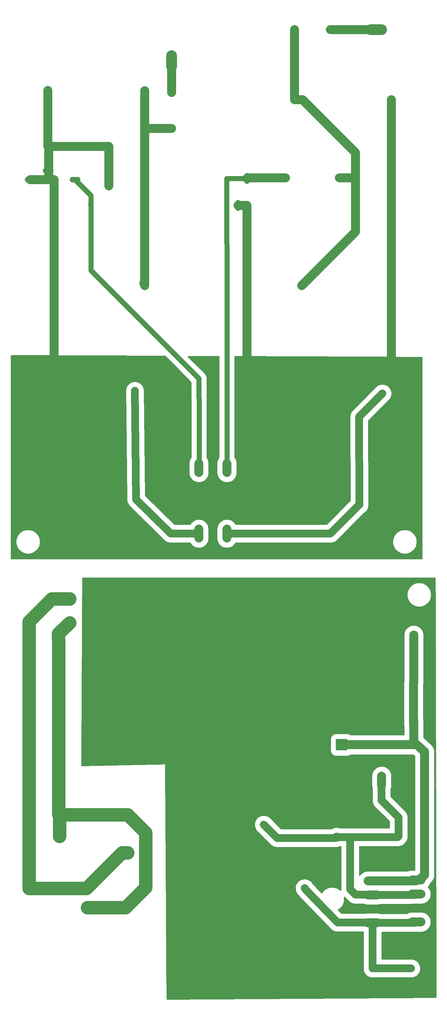
<source format=gbl>
G75*
%MOIN*%
%OFA0B0*%
%FSLAX25Y25*%
%IPPOS*%
%LPD*%
%AMOC8*
5,1,8,0,0,1.08239X$1,22.5*
%
%ADD10C,0.10000*%
%ADD11C,0.10039*%
%ADD12R,0.06496X0.06496*%
%ADD13C,0.06496*%
%ADD14C,0.10000*%
%ADD15OC8,0.10000*%
%ADD16OC8,0.05200*%
%ADD17R,0.12661X0.12661*%
%ADD18C,0.12661*%
%ADD19C,0.07087*%
%ADD20C,0.11850*%
%ADD21OC8,0.06000*%
%ADD22C,0.06000*%
%ADD23OC8,0.07050*%
%ADD24C,0.06600*%
%ADD25C,0.08600*%
%ADD26C,0.01600*%
%ADD27C,0.15000*%
%ADD28C,0.05600*%
D10*
X0038028Y0144000D02*
X0048028Y0144000D01*
X0057713Y0144000D02*
X0067713Y0144000D01*
X0072028Y0225000D02*
X0082028Y0225000D01*
X0091713Y0225000D02*
X0101713Y0225000D01*
X0077871Y0697000D02*
X0067871Y0703000D01*
X0067871Y0817000D01*
X0067871Y0932000D01*
X0066371Y0931000D02*
X0062798Y0932183D01*
X0061871Y0934256D01*
X0061871Y0969000D01*
X0062871Y0970000D01*
X0063871Y0970000D01*
X0062871Y0969000D01*
X0061871Y0969000D01*
X0060871Y0969000D01*
X0060871Y1031500D01*
X0062871Y0969000D02*
X0128871Y0969000D01*
X0128871Y0925000D01*
X0170871Y0989000D02*
X0198871Y0989000D01*
X0198871Y1029000D02*
X0198871Y1069000D01*
X0168871Y1031000D02*
X0168871Y0814000D01*
X0167871Y0817000D01*
X0062798Y0932183D02*
X0041371Y0932000D01*
X0272871Y0903500D02*
X0282871Y0903500D01*
X0282871Y0883500D01*
X0282871Y0690000D01*
X0349871Y0690000D01*
X0353871Y0694000D01*
X0383871Y0724000D01*
X0435871Y0724000D01*
X0443871Y0732000D01*
X0443871Y0814000D01*
X0443871Y0909000D01*
X0443871Y0936000D01*
X0443871Y0962000D01*
X0443871Y1021000D01*
X0426871Y1099000D02*
X0375871Y1099000D01*
X0344871Y1021000D02*
X0403871Y0962000D01*
X0403871Y0936000D01*
X0403871Y0934000D01*
X0385871Y0934000D01*
X0403871Y0934000D02*
X0403871Y0909000D01*
X0403871Y0874000D01*
X0343871Y0814000D01*
X0325871Y0934000D02*
X0283371Y0934000D01*
X0282871Y0933500D01*
X0335871Y1021000D02*
X0344871Y1021000D01*
X0335871Y1021000D02*
X0335871Y1099000D01*
X0282871Y0690000D02*
X0274871Y0690000D01*
X0388430Y0302913D02*
X0468784Y0302913D01*
X0468871Y0306000D01*
X0480871Y0295000D01*
X0480871Y0158000D01*
X0475257Y0152386D01*
X0471871Y0152386D01*
X0470871Y0151386D01*
X0422871Y0151386D01*
X0468871Y0306000D02*
X0468871Y0329795D01*
X0468666Y0331000D01*
X0468666Y0371205D01*
X0468871Y0372000D01*
X0468871Y0425000D01*
D11*
X0468666Y0336020D02*
X0468666Y0325980D01*
X0453076Y0325980D02*
X0453076Y0336020D01*
X0448666Y0268020D02*
X0448666Y0257980D01*
X0433076Y0257980D02*
X0433076Y0268020D01*
X0427891Y0151386D02*
X0417851Y0151386D01*
X0417851Y0135795D02*
X0427891Y0135795D01*
X0427891Y0120205D02*
X0417851Y0120205D01*
X0417851Y0104614D02*
X0427891Y0104614D01*
X0466851Y0105614D02*
X0476891Y0105614D01*
X0476891Y0121205D02*
X0466851Y0121205D01*
X0466851Y0136795D02*
X0476891Y0136795D01*
X0476891Y0152386D02*
X0466851Y0152386D01*
X0260461Y0532980D02*
X0260461Y0543020D01*
X0244871Y0543020D02*
X0244871Y0532980D01*
X0229280Y0532980D02*
X0229280Y0543020D01*
X0229280Y0605980D02*
X0229280Y0616020D01*
X0244871Y0616020D02*
X0244871Y0605980D01*
X0260461Y0605980D02*
X0260461Y0616020D01*
D12*
X0301619Y0182583D03*
X0347123Y0143283D03*
D13*
X0347123Y0109819D03*
X0301619Y0214079D03*
X0150044Y0224906D03*
X0150044Y0182583D03*
X0104997Y0143283D03*
X0104997Y0121630D03*
X0085280Y0438740D03*
X0085280Y0465315D03*
D14*
X0382871Y0200000D03*
X0403871Y0055000D03*
X0468871Y0425000D03*
D15*
X0448871Y0425000D03*
X0382871Y0220000D03*
X0423871Y0055000D03*
D16*
X0465871Y0054000D03*
X0465871Y0074000D03*
X0433871Y0200000D03*
X0433871Y0220000D03*
X0448871Y0372000D03*
X0468871Y0372000D03*
X0073871Y0201000D03*
X0043871Y0201000D03*
D17*
X0388430Y0302913D03*
D18*
X0388430Y0324567D03*
D19*
X0353871Y0694000D03*
X0343871Y0814000D03*
X0433871Y0694000D03*
X0443871Y0814000D03*
X0167871Y0817000D03*
X0157871Y0697000D03*
X0077871Y0697000D03*
X0067871Y0817000D03*
D20*
X0198871Y1058075D02*
X0198871Y1069925D01*
X0420946Y1099000D02*
X0432796Y1099000D01*
D21*
X0443871Y0962000D03*
X0443871Y0936000D03*
X0443871Y0909000D03*
X0403871Y0909000D03*
X0403871Y0936000D03*
X0385871Y0934000D03*
X0403871Y0962000D03*
X0325871Y0934000D03*
X0168871Y0925000D03*
X0168871Y0904000D03*
X0168871Y0948000D03*
X0168871Y0969000D03*
X0128871Y0969000D03*
X0128871Y0948000D03*
X0128871Y0925000D03*
X0108871Y0904000D03*
X0070371Y0576000D03*
X0159371Y0576000D03*
X0319371Y0570000D03*
X0408371Y0570000D03*
D22*
X0282871Y0880500D02*
X0282871Y0886500D01*
X0272871Y0900500D02*
X0272871Y0906500D01*
X0282871Y0930500D02*
X0282871Y0936500D01*
X0094371Y0932000D02*
X0088371Y0932000D01*
X0064371Y0942000D02*
X0058371Y0942000D01*
X0044371Y0932000D02*
X0038371Y0932000D01*
D23*
X0060871Y1031000D03*
X0168871Y1031000D03*
X0335871Y1021000D03*
X0443871Y1021000D03*
D24*
X0375871Y1099000D03*
X0335871Y1099000D03*
X0198871Y1029000D03*
X0198871Y0989000D03*
D25*
X0157871Y0697000D02*
X0159371Y0576000D01*
X0197871Y0538000D01*
X0229280Y0538000D01*
X0260461Y0538000D02*
X0375871Y0538000D01*
X0407871Y0570000D01*
X0408371Y0570000D01*
X0407871Y0668000D01*
X0433871Y0694000D01*
X0433076Y0263000D02*
X0432871Y0262795D01*
X0432871Y0241000D01*
X0451871Y0222000D01*
X0451871Y0201000D01*
X0450871Y0200000D01*
X0433871Y0200000D01*
X0397871Y0200000D01*
X0397871Y0142000D01*
X0403871Y0136000D01*
X0422666Y0136000D01*
X0422871Y0135795D01*
X0470871Y0135795D01*
X0471871Y0136795D01*
X0471871Y0105614D02*
X0470871Y0104614D01*
X0425871Y0104614D01*
X0425485Y0105000D01*
X0383871Y0105000D01*
X0348587Y0141283D01*
X0347123Y0143283D01*
X0316619Y0199079D02*
X0301619Y0214079D01*
X0316619Y0199079D02*
X0381950Y0199079D01*
X0382871Y0200000D01*
X0397871Y0200000D01*
X0422871Y0104614D02*
X0425871Y0104614D01*
X0422871Y0104614D02*
X0422871Y0054000D01*
X0465871Y0054000D01*
D26*
X0471264Y0044758D02*
X0493303Y0044758D01*
X0493307Y0043160D02*
X0193724Y0043160D01*
X0193714Y0044758D02*
X0417478Y0044758D01*
X0416301Y0045438D02*
X0418691Y0044058D01*
X0419149Y0043600D01*
X0420343Y0043600D01*
X0421462Y0043300D01*
X0467280Y0043300D01*
X0470001Y0044029D01*
X0472441Y0045438D01*
X0474433Y0047430D01*
X0475842Y0049870D01*
X0476571Y0052591D01*
X0476571Y0055409D01*
X0475842Y0058130D01*
X0474433Y0060570D01*
X0472441Y0062562D01*
X0470001Y0063971D01*
X0467280Y0064700D01*
X0433571Y0064700D01*
X0433571Y0093914D01*
X0472280Y0093914D01*
X0473326Y0094194D01*
X0478394Y0094194D01*
X0481298Y0094973D01*
X0483902Y0096476D01*
X0486029Y0098602D01*
X0487532Y0101206D01*
X0488310Y0104111D01*
X0488310Y0107118D01*
X0487532Y0110022D01*
X0486029Y0112626D01*
X0483902Y0114752D01*
X0481298Y0116256D01*
X0478394Y0117034D01*
X0465348Y0117034D01*
X0462443Y0116256D01*
X0460813Y0115314D01*
X0432080Y0115314D01*
X0429394Y0116034D01*
X0416348Y0116034D01*
X0415102Y0115700D01*
X0388391Y0115700D01*
X0385057Y0119128D01*
X0386390Y0119897D01*
X0388974Y0122481D01*
X0390800Y0125644D01*
X0391746Y0129173D01*
X0391746Y0132827D01*
X0391685Y0133054D01*
X0395309Y0129430D01*
X0397301Y0127438D01*
X0399741Y0126029D01*
X0402462Y0125300D01*
X0413190Y0125300D01*
X0413443Y0125154D01*
X0416348Y0124376D01*
X0429394Y0124376D01*
X0432080Y0125095D01*
X0472280Y0125095D01*
X0473326Y0125376D01*
X0478394Y0125376D01*
X0481298Y0126154D01*
X0483902Y0127657D01*
X0486029Y0129783D01*
X0487532Y0132387D01*
X0488310Y0135292D01*
X0488310Y0138299D01*
X0487532Y0141203D01*
X0486029Y0143807D01*
X0485245Y0144591D01*
X0486029Y0145374D01*
X0487532Y0147978D01*
X0487737Y0148744D01*
X0487871Y0148878D01*
X0489993Y0151000D01*
X0491494Y0153600D01*
X0492271Y0156499D01*
X0492271Y0293750D01*
X0492325Y0293996D01*
X0492271Y0295248D01*
X0492271Y0296501D01*
X0492206Y0296744D01*
X0492195Y0296995D01*
X0491818Y0298190D01*
X0491494Y0299400D01*
X0491368Y0299618D01*
X0491293Y0299858D01*
X0490620Y0300915D01*
X0489993Y0302000D01*
X0489815Y0302177D01*
X0489680Y0302389D01*
X0488757Y0303236D01*
X0487871Y0304122D01*
X0487653Y0304248D01*
X0480271Y0311015D01*
X0480271Y0329262D01*
X0480361Y0330226D01*
X0480271Y0330757D01*
X0480271Y0331296D01*
X0480086Y0331987D01*
X0480086Y0337523D01*
X0480066Y0337597D01*
X0480066Y0369735D01*
X0480271Y0370499D01*
X0480271Y0370556D01*
X0480285Y0370611D01*
X0480271Y0372056D01*
X0480271Y0423499D01*
X0480271Y0426501D01*
X0479494Y0429400D01*
X0477993Y0432000D01*
X0475871Y0434122D01*
X0473271Y0435623D01*
X0470372Y0436400D01*
X0467370Y0436400D01*
X0464471Y0435623D01*
X0461871Y0434122D01*
X0459749Y0432000D01*
X0458248Y0429400D01*
X0457471Y0426501D01*
X0457471Y0373470D01*
X0457266Y0372706D01*
X0457266Y0372649D01*
X0457252Y0372593D01*
X0457266Y0371149D01*
X0457266Y0337597D01*
X0457246Y0337523D01*
X0457246Y0331323D01*
X0457176Y0330570D01*
X0457246Y0330154D01*
X0457246Y0324477D01*
X0457471Y0323639D01*
X0457471Y0314313D01*
X0398742Y0314313D01*
X0398386Y0314670D01*
X0396034Y0315644D01*
X0380826Y0315644D01*
X0378474Y0314670D01*
X0376674Y0312869D01*
X0375699Y0310517D01*
X0375699Y0295310D01*
X0376674Y0292957D01*
X0378474Y0291157D01*
X0380826Y0290183D01*
X0396034Y0290183D01*
X0398386Y0291157D01*
X0398742Y0291513D01*
X0467804Y0291513D01*
X0469471Y0289985D01*
X0469471Y0163805D01*
X0465348Y0163805D01*
X0462443Y0163027D01*
X0462025Y0162786D01*
X0429467Y0162786D01*
X0429394Y0162805D01*
X0416348Y0162805D01*
X0413443Y0162027D01*
X0410839Y0160524D01*
X0408713Y0158398D01*
X0408571Y0158151D01*
X0408571Y0189300D01*
X0452280Y0189300D01*
X0455001Y0190029D01*
X0457441Y0191438D01*
X0458441Y0192438D01*
X0460433Y0194430D01*
X0461842Y0196870D01*
X0462571Y0199591D01*
X0462571Y0223409D01*
X0461842Y0226130D01*
X0460433Y0228570D01*
X0443571Y0245432D01*
X0443571Y0253319D01*
X0443717Y0253572D01*
X0444495Y0256477D01*
X0444495Y0269523D01*
X0443717Y0272428D01*
X0442214Y0275032D01*
X0440087Y0277158D01*
X0437483Y0278661D01*
X0434579Y0279439D01*
X0431572Y0279439D01*
X0428668Y0278661D01*
X0426064Y0277158D01*
X0423938Y0275032D01*
X0422434Y0272428D01*
X0421656Y0269523D01*
X0421656Y0256477D01*
X0422171Y0254555D01*
X0422171Y0239591D01*
X0422900Y0236870D01*
X0424309Y0234430D01*
X0426301Y0232438D01*
X0441171Y0217568D01*
X0441171Y0210700D01*
X0386984Y0210700D01*
X0384372Y0211400D01*
X0381370Y0211400D01*
X0378471Y0210623D01*
X0377008Y0209779D01*
X0321051Y0209779D01*
X0308189Y0222641D01*
X0305749Y0224050D01*
X0303028Y0224779D01*
X0300210Y0224779D01*
X0297489Y0224050D01*
X0295049Y0222641D01*
X0293057Y0220649D01*
X0291648Y0218209D01*
X0290919Y0215487D01*
X0290919Y0212670D01*
X0291648Y0209949D01*
X0293057Y0207509D01*
X0310049Y0190517D01*
X0312489Y0189108D01*
X0315210Y0188379D01*
X0383358Y0188379D01*
X0384184Y0188600D01*
X0384372Y0188600D01*
X0386984Y0189300D01*
X0387171Y0189300D01*
X0387171Y0141322D01*
X0386390Y0142103D01*
X0383226Y0143929D01*
X0379698Y0144875D01*
X0376044Y0144875D01*
X0372515Y0143929D01*
X0369351Y0142103D01*
X0366768Y0139519D01*
X0366194Y0138526D01*
X0356779Y0148208D01*
X0356376Y0148758D01*
X0355797Y0150157D01*
X0353996Y0151957D01*
X0352788Y0152457D01*
X0352727Y0152506D01*
X0350149Y0153643D01*
X0347365Y0154073D01*
X0344564Y0153768D01*
X0341938Y0152749D01*
X0341648Y0152536D01*
X0340249Y0151957D01*
X0338449Y0150157D01*
X0337949Y0148949D01*
X0337900Y0148888D01*
X0336764Y0146310D01*
X0336333Y0143526D01*
X0336638Y0140725D01*
X0337658Y0138098D01*
X0337870Y0137809D01*
X0338449Y0136410D01*
X0339819Y0135040D01*
X0339934Y0134834D01*
X0340396Y0134359D01*
X0340787Y0133825D01*
X0341374Y0133354D01*
X0375271Y0098496D01*
X0375309Y0098430D01*
X0376252Y0097487D01*
X0377182Y0096530D01*
X0377247Y0096492D01*
X0377301Y0096438D01*
X0378456Y0095771D01*
X0379602Y0095088D01*
X0379675Y0095067D01*
X0379741Y0095029D01*
X0381030Y0094684D01*
X0382313Y0094321D01*
X0382389Y0094320D01*
X0382462Y0094300D01*
X0383796Y0094300D01*
X0385130Y0094281D01*
X0385204Y0094300D01*
X0412171Y0094300D01*
X0412171Y0052591D01*
X0412471Y0051472D01*
X0412471Y0050278D01*
X0412929Y0049820D01*
X0414309Y0047430D01*
X0416301Y0045438D01*
X0415382Y0046357D02*
X0193704Y0046357D01*
X0193694Y0047955D02*
X0414005Y0047955D01*
X0413083Y0049554D02*
X0193683Y0049554D01*
X0193673Y0051152D02*
X0412471Y0051152D01*
X0412171Y0052751D02*
X0193663Y0052751D01*
X0193653Y0054349D02*
X0412171Y0054349D01*
X0412171Y0055948D02*
X0193643Y0055948D01*
X0193633Y0057546D02*
X0412171Y0057546D01*
X0412171Y0059145D02*
X0193623Y0059145D01*
X0193612Y0060743D02*
X0412171Y0060743D01*
X0412171Y0062342D02*
X0193602Y0062342D01*
X0193592Y0063940D02*
X0412171Y0063940D01*
X0412171Y0065539D02*
X0193582Y0065539D01*
X0193572Y0067137D02*
X0412171Y0067137D01*
X0412171Y0068736D02*
X0193562Y0068736D01*
X0193552Y0070334D02*
X0412171Y0070334D01*
X0412171Y0071933D02*
X0193541Y0071933D01*
X0193531Y0073532D02*
X0412171Y0073532D01*
X0412171Y0075130D02*
X0193521Y0075130D01*
X0193511Y0076729D02*
X0412171Y0076729D01*
X0412171Y0078327D02*
X0193501Y0078327D01*
X0193491Y0079926D02*
X0412171Y0079926D01*
X0412171Y0081524D02*
X0193481Y0081524D01*
X0193471Y0083123D02*
X0412171Y0083123D01*
X0412171Y0084721D02*
X0193460Y0084721D01*
X0193450Y0086320D02*
X0412171Y0086320D01*
X0412171Y0087918D02*
X0193440Y0087918D01*
X0193430Y0089517D02*
X0412171Y0089517D01*
X0412171Y0091115D02*
X0193420Y0091115D01*
X0193410Y0092714D02*
X0412171Y0092714D01*
X0415197Y0124684D02*
X0390246Y0124684D01*
X0390971Y0126282D02*
X0399302Y0126282D01*
X0396858Y0127881D02*
X0391400Y0127881D01*
X0391746Y0129479D02*
X0395259Y0129479D01*
X0393661Y0131078D02*
X0391746Y0131078D01*
X0391746Y0132676D02*
X0392062Y0132676D01*
X0389323Y0123085D02*
X0493145Y0123085D01*
X0493148Y0121487D02*
X0387980Y0121487D01*
X0386375Y0119888D02*
X0493151Y0119888D01*
X0493155Y0118290D02*
X0385872Y0118290D01*
X0387427Y0116691D02*
X0464069Y0116691D01*
X0479672Y0116691D02*
X0493158Y0116691D01*
X0493161Y0115093D02*
X0483312Y0115093D01*
X0485160Y0113494D02*
X0493164Y0113494D01*
X0493167Y0111896D02*
X0486450Y0111896D01*
X0487373Y0110297D02*
X0493171Y0110297D01*
X0493174Y0108699D02*
X0487887Y0108699D01*
X0488310Y0107100D02*
X0493177Y0107100D01*
X0493180Y0105502D02*
X0488310Y0105502D01*
X0488255Y0103903D02*
X0493184Y0103903D01*
X0493187Y0102305D02*
X0487826Y0102305D01*
X0487243Y0100706D02*
X0493190Y0100706D01*
X0493193Y0099108D02*
X0486320Y0099108D01*
X0484935Y0097509D02*
X0493197Y0097509D01*
X0493200Y0095911D02*
X0482923Y0095911D01*
X0478833Y0094312D02*
X0493203Y0094312D01*
X0493206Y0092714D02*
X0433571Y0092714D01*
X0433571Y0091115D02*
X0493210Y0091115D01*
X0493213Y0089517D02*
X0433571Y0089517D01*
X0433571Y0087918D02*
X0493216Y0087918D01*
X0493219Y0086320D02*
X0433571Y0086320D01*
X0433571Y0084721D02*
X0493223Y0084721D01*
X0493226Y0083123D02*
X0433571Y0083123D01*
X0433571Y0081524D02*
X0493229Y0081524D01*
X0493232Y0079926D02*
X0433571Y0079926D01*
X0433571Y0078327D02*
X0493235Y0078327D01*
X0493239Y0076729D02*
X0433571Y0076729D01*
X0433571Y0075130D02*
X0493242Y0075130D01*
X0493245Y0073532D02*
X0433571Y0073532D01*
X0433571Y0071933D02*
X0493248Y0071933D01*
X0493252Y0070334D02*
X0433571Y0070334D01*
X0433571Y0068736D02*
X0493255Y0068736D01*
X0493258Y0067137D02*
X0433571Y0067137D01*
X0433571Y0065539D02*
X0493261Y0065539D01*
X0493265Y0063940D02*
X0470053Y0063940D01*
X0472661Y0062342D02*
X0493268Y0062342D01*
X0493271Y0060743D02*
X0474259Y0060743D01*
X0475256Y0059145D02*
X0493274Y0059145D01*
X0493278Y0057546D02*
X0475998Y0057546D01*
X0476426Y0055948D02*
X0493281Y0055948D01*
X0493284Y0054349D02*
X0476571Y0054349D01*
X0476571Y0052751D02*
X0493287Y0052751D01*
X0493291Y0051152D02*
X0476185Y0051152D01*
X0475659Y0049554D02*
X0493294Y0049554D01*
X0493297Y0047955D02*
X0474736Y0047955D01*
X0473360Y0046357D02*
X0493300Y0046357D01*
X0493310Y0041561D02*
X0193734Y0041561D01*
X0193744Y0039963D02*
X0493313Y0039963D01*
X0493316Y0038364D02*
X0193754Y0038364D01*
X0193765Y0036766D02*
X0493320Y0036766D01*
X0493323Y0035167D02*
X0193775Y0035167D01*
X0193785Y0033569D02*
X0493326Y0033569D01*
X0493329Y0031970D02*
X0193795Y0031970D01*
X0193805Y0030372D02*
X0493333Y0030372D01*
X0493336Y0028773D02*
X0193815Y0028773D01*
X0193825Y0027175D02*
X0493339Y0027175D01*
X0493342Y0025576D02*
X0193836Y0025576D01*
X0193846Y0023978D02*
X0493346Y0023978D01*
X0493349Y0022379D02*
X0193856Y0022379D01*
X0193866Y0020781D02*
X0313310Y0020781D01*
X0363795Y0110297D02*
X0193298Y0110297D01*
X0193308Y0108699D02*
X0365349Y0108699D01*
X0366903Y0107100D02*
X0193318Y0107100D01*
X0193329Y0105502D02*
X0368458Y0105502D01*
X0370012Y0103903D02*
X0193339Y0103903D01*
X0193349Y0102305D02*
X0371567Y0102305D01*
X0373121Y0100706D02*
X0193359Y0100706D01*
X0193369Y0099108D02*
X0374676Y0099108D01*
X0376230Y0097509D02*
X0193379Y0097509D01*
X0193389Y0095911D02*
X0378214Y0095911D01*
X0382417Y0094312D02*
X0193400Y0094312D01*
X0193288Y0111896D02*
X0362240Y0111896D01*
X0360686Y0113494D02*
X0193278Y0113494D01*
X0193268Y0115093D02*
X0359131Y0115093D01*
X0357577Y0116691D02*
X0193258Y0116691D01*
X0193247Y0118290D02*
X0356022Y0118290D01*
X0354468Y0119888D02*
X0193237Y0119888D01*
X0193227Y0121487D02*
X0352913Y0121487D01*
X0351359Y0123085D02*
X0193217Y0123085D01*
X0193207Y0124684D02*
X0349804Y0124684D01*
X0348250Y0126282D02*
X0193197Y0126282D01*
X0193187Y0127881D02*
X0346696Y0127881D01*
X0345141Y0129479D02*
X0193177Y0129479D01*
X0193166Y0131078D02*
X0343587Y0131078D01*
X0342032Y0132676D02*
X0193156Y0132676D01*
X0193146Y0134275D02*
X0340457Y0134275D01*
X0338986Y0135873D02*
X0193136Y0135873D01*
X0193126Y0137472D02*
X0338009Y0137472D01*
X0337280Y0139070D02*
X0193116Y0139070D01*
X0193106Y0140669D02*
X0336660Y0140669D01*
X0336470Y0142268D02*
X0193095Y0142268D01*
X0193085Y0143866D02*
X0336386Y0143866D01*
X0336633Y0145465D02*
X0193075Y0145465D01*
X0193065Y0147063D02*
X0337095Y0147063D01*
X0337800Y0148662D02*
X0193055Y0148662D01*
X0193045Y0150260D02*
X0338552Y0150260D01*
X0340151Y0151859D02*
X0193035Y0151859D01*
X0193024Y0153457D02*
X0343763Y0153457D01*
X0350571Y0153457D02*
X0387171Y0153457D01*
X0387171Y0151859D02*
X0354095Y0151859D01*
X0355693Y0150260D02*
X0387171Y0150260D01*
X0387171Y0148662D02*
X0356447Y0148662D01*
X0357892Y0147063D02*
X0387171Y0147063D01*
X0387171Y0145465D02*
X0359447Y0145465D01*
X0361001Y0143866D02*
X0372405Y0143866D01*
X0369637Y0142268D02*
X0362555Y0142268D01*
X0364110Y0140669D02*
X0367918Y0140669D01*
X0366509Y0139070D02*
X0365664Y0139070D01*
X0383336Y0143866D02*
X0387171Y0143866D01*
X0387171Y0142268D02*
X0386105Y0142268D01*
X0387171Y0155056D02*
X0193014Y0155056D01*
X0193004Y0156654D02*
X0387171Y0156654D01*
X0387171Y0158253D02*
X0192994Y0158253D01*
X0192984Y0159851D02*
X0387171Y0159851D01*
X0387171Y0161450D02*
X0192974Y0161450D01*
X0192964Y0163048D02*
X0387171Y0163048D01*
X0387171Y0164647D02*
X0192953Y0164647D01*
X0192943Y0166245D02*
X0387171Y0166245D01*
X0387171Y0167844D02*
X0192933Y0167844D01*
X0192923Y0169442D02*
X0387171Y0169442D01*
X0387171Y0171041D02*
X0192913Y0171041D01*
X0192903Y0172639D02*
X0387171Y0172639D01*
X0387171Y0174238D02*
X0192893Y0174238D01*
X0192882Y0175836D02*
X0387171Y0175836D01*
X0387171Y0177435D02*
X0192872Y0177435D01*
X0192862Y0179033D02*
X0387171Y0179033D01*
X0387171Y0180632D02*
X0192852Y0180632D01*
X0192842Y0182230D02*
X0387171Y0182230D01*
X0387171Y0183829D02*
X0192832Y0183829D01*
X0192822Y0185427D02*
X0387171Y0185427D01*
X0387171Y0187026D02*
X0192812Y0187026D01*
X0192801Y0188624D02*
X0314294Y0188624D01*
X0310558Y0190223D02*
X0192791Y0190223D01*
X0192781Y0191821D02*
X0308744Y0191821D01*
X0307146Y0193420D02*
X0192771Y0193420D01*
X0192761Y0195018D02*
X0305547Y0195018D01*
X0303949Y0196617D02*
X0192751Y0196617D01*
X0192741Y0198215D02*
X0302350Y0198215D01*
X0300752Y0199814D02*
X0192730Y0199814D01*
X0192720Y0201412D02*
X0299153Y0201412D01*
X0297555Y0203011D02*
X0192710Y0203011D01*
X0192700Y0204609D02*
X0295956Y0204609D01*
X0294358Y0206208D02*
X0192690Y0206208D01*
X0192680Y0207806D02*
X0292885Y0207806D01*
X0291962Y0209405D02*
X0192670Y0209405D01*
X0192659Y0211003D02*
X0291365Y0211003D01*
X0290937Y0212602D02*
X0192649Y0212602D01*
X0192639Y0214201D02*
X0290919Y0214201D01*
X0291002Y0215799D02*
X0192629Y0215799D01*
X0192619Y0217398D02*
X0291431Y0217398D01*
X0292103Y0218996D02*
X0192609Y0218996D01*
X0192599Y0220595D02*
X0293026Y0220595D01*
X0294601Y0222193D02*
X0192588Y0222193D01*
X0192578Y0223792D02*
X0297042Y0223792D01*
X0306196Y0223792D02*
X0434947Y0223792D01*
X0433349Y0225390D02*
X0192568Y0225390D01*
X0192558Y0226989D02*
X0431750Y0226989D01*
X0430152Y0228587D02*
X0192548Y0228587D01*
X0192538Y0230186D02*
X0428553Y0230186D01*
X0426955Y0231784D02*
X0192528Y0231784D01*
X0192517Y0233383D02*
X0425356Y0233383D01*
X0423991Y0234981D02*
X0192507Y0234981D01*
X0192497Y0236580D02*
X0423068Y0236580D01*
X0422549Y0238178D02*
X0192487Y0238178D01*
X0192477Y0239777D02*
X0422171Y0239777D01*
X0422171Y0241375D02*
X0192467Y0241375D01*
X0192457Y0242974D02*
X0422171Y0242974D01*
X0422171Y0244572D02*
X0192447Y0244572D01*
X0192436Y0246171D02*
X0422171Y0246171D01*
X0422171Y0247769D02*
X0192426Y0247769D01*
X0192416Y0249368D02*
X0422171Y0249368D01*
X0422171Y0250966D02*
X0192406Y0250966D01*
X0192396Y0252565D02*
X0422171Y0252565D01*
X0422171Y0254163D02*
X0192386Y0254163D01*
X0192376Y0255762D02*
X0421848Y0255762D01*
X0421656Y0257360D02*
X0192365Y0257360D01*
X0192355Y0258959D02*
X0421656Y0258959D01*
X0421656Y0260557D02*
X0192345Y0260557D01*
X0192335Y0262156D02*
X0421656Y0262156D01*
X0421656Y0263754D02*
X0192325Y0263754D01*
X0192315Y0265353D02*
X0421656Y0265353D01*
X0421656Y0266951D02*
X0192305Y0266951D01*
X0192294Y0268550D02*
X0421656Y0268550D01*
X0421823Y0270148D02*
X0192284Y0270148D01*
X0192274Y0271747D02*
X0422252Y0271747D01*
X0422964Y0273345D02*
X0192264Y0273345D01*
X0192254Y0274944D02*
X0423887Y0274944D01*
X0425448Y0276542D02*
X0192244Y0276542D01*
X0192234Y0278141D02*
X0427767Y0278141D01*
X0438384Y0278141D02*
X0469471Y0278141D01*
X0469471Y0279739D02*
X0192223Y0279739D01*
X0192213Y0281338D02*
X0469471Y0281338D01*
X0469471Y0282937D02*
X0192203Y0282937D01*
X0192193Y0284535D02*
X0469471Y0284535D01*
X0469471Y0286134D02*
X0192183Y0286134D01*
X0192173Y0287732D02*
X0469471Y0287732D01*
X0469471Y0289331D02*
X0192163Y0289331D01*
X0192152Y0290929D02*
X0379024Y0290929D01*
X0377103Y0292528D02*
X0192142Y0292528D01*
X0192132Y0294126D02*
X0376189Y0294126D01*
X0375699Y0295725D02*
X0192122Y0295725D01*
X0192112Y0297323D02*
X0375699Y0297323D01*
X0375699Y0298922D02*
X0192102Y0298922D01*
X0192092Y0300520D02*
X0375699Y0300520D01*
X0375699Y0302119D02*
X0192082Y0302119D01*
X0192071Y0303717D02*
X0375699Y0303717D01*
X0375699Y0305316D02*
X0192061Y0305316D01*
X0192051Y0306914D02*
X0375699Y0306914D01*
X0375699Y0308513D02*
X0192041Y0308513D01*
X0192031Y0310111D02*
X0375699Y0310111D01*
X0376193Y0311710D02*
X0192021Y0311710D01*
X0192011Y0313308D02*
X0377112Y0313308D01*
X0379046Y0314907D02*
X0192000Y0314907D01*
X0191990Y0316505D02*
X0457471Y0316505D01*
X0457471Y0314907D02*
X0397814Y0314907D01*
X0397836Y0290929D02*
X0468441Y0290929D01*
X0469471Y0276542D02*
X0440703Y0276542D01*
X0442264Y0274944D02*
X0469471Y0274944D01*
X0469471Y0273345D02*
X0443187Y0273345D01*
X0443899Y0271747D02*
X0469471Y0271747D01*
X0469471Y0270148D02*
X0444328Y0270148D01*
X0444495Y0268550D02*
X0469471Y0268550D01*
X0469471Y0266951D02*
X0444495Y0266951D01*
X0444495Y0265353D02*
X0469471Y0265353D01*
X0469471Y0263754D02*
X0444495Y0263754D01*
X0444495Y0262156D02*
X0469471Y0262156D01*
X0469471Y0260557D02*
X0444495Y0260557D01*
X0444495Y0258959D02*
X0469471Y0258959D01*
X0469471Y0257360D02*
X0444495Y0257360D01*
X0444304Y0255762D02*
X0469471Y0255762D01*
X0469471Y0254163D02*
X0443875Y0254163D01*
X0443571Y0252565D02*
X0469471Y0252565D01*
X0469471Y0250966D02*
X0443571Y0250966D01*
X0443571Y0249368D02*
X0469471Y0249368D01*
X0469471Y0247769D02*
X0443571Y0247769D01*
X0443571Y0246171D02*
X0469471Y0246171D01*
X0469471Y0244572D02*
X0444431Y0244572D01*
X0446029Y0242974D02*
X0469471Y0242974D01*
X0469471Y0241375D02*
X0447628Y0241375D01*
X0449226Y0239777D02*
X0469471Y0239777D01*
X0469471Y0238178D02*
X0450825Y0238178D01*
X0452423Y0236580D02*
X0469471Y0236580D01*
X0469471Y0234981D02*
X0454022Y0234981D01*
X0455620Y0233383D02*
X0469471Y0233383D01*
X0469471Y0231784D02*
X0457219Y0231784D01*
X0458817Y0230186D02*
X0469471Y0230186D01*
X0469471Y0228587D02*
X0460416Y0228587D01*
X0461346Y0226989D02*
X0469471Y0226989D01*
X0469471Y0225390D02*
X0462040Y0225390D01*
X0462468Y0223792D02*
X0469471Y0223792D01*
X0469471Y0222193D02*
X0462571Y0222193D01*
X0462571Y0220595D02*
X0469471Y0220595D01*
X0469471Y0218996D02*
X0462571Y0218996D01*
X0462571Y0217398D02*
X0469471Y0217398D01*
X0469471Y0215799D02*
X0462571Y0215799D01*
X0462571Y0214201D02*
X0469471Y0214201D01*
X0469471Y0212602D02*
X0462571Y0212602D01*
X0462571Y0211003D02*
X0469471Y0211003D01*
X0469471Y0209405D02*
X0462571Y0209405D01*
X0462571Y0207806D02*
X0469471Y0207806D01*
X0469471Y0206208D02*
X0462571Y0206208D01*
X0462571Y0204609D02*
X0469471Y0204609D01*
X0469471Y0203011D02*
X0462571Y0203011D01*
X0462571Y0201412D02*
X0469471Y0201412D01*
X0469471Y0199814D02*
X0462571Y0199814D01*
X0462202Y0198215D02*
X0469471Y0198215D01*
X0469471Y0196617D02*
X0461696Y0196617D01*
X0460773Y0195018D02*
X0469471Y0195018D01*
X0469471Y0193420D02*
X0459423Y0193420D01*
X0457824Y0191821D02*
X0469471Y0191821D01*
X0469471Y0190223D02*
X0455336Y0190223D01*
X0441171Y0211003D02*
X0385851Y0211003D01*
X0379890Y0211003D02*
X0319826Y0211003D01*
X0318228Y0212602D02*
X0441171Y0212602D01*
X0441171Y0214201D02*
X0316629Y0214201D01*
X0315031Y0215799D02*
X0441171Y0215799D01*
X0441171Y0217398D02*
X0313432Y0217398D01*
X0311834Y0218996D02*
X0439743Y0218996D01*
X0438144Y0220595D02*
X0310235Y0220595D01*
X0308637Y0222193D02*
X0436546Y0222193D01*
X0462521Y0163048D02*
X0408571Y0163048D01*
X0408571Y0161450D02*
X0412443Y0161450D01*
X0410167Y0159851D02*
X0408571Y0159851D01*
X0408571Y0158253D02*
X0408629Y0158253D01*
X0408571Y0164647D02*
X0469471Y0164647D01*
X0469471Y0166245D02*
X0408571Y0166245D01*
X0408571Y0167844D02*
X0469471Y0167844D01*
X0469471Y0169442D02*
X0408571Y0169442D01*
X0408571Y0171041D02*
X0469471Y0171041D01*
X0469471Y0172639D02*
X0408571Y0172639D01*
X0408571Y0174238D02*
X0469471Y0174238D01*
X0469471Y0175836D02*
X0408571Y0175836D01*
X0408571Y0177435D02*
X0469471Y0177435D01*
X0469471Y0179033D02*
X0408571Y0179033D01*
X0408571Y0180632D02*
X0469471Y0180632D01*
X0469471Y0182230D02*
X0408571Y0182230D01*
X0408571Y0183829D02*
X0469471Y0183829D01*
X0469471Y0185427D02*
X0408571Y0185427D01*
X0408571Y0187026D02*
X0469471Y0187026D01*
X0469471Y0188624D02*
X0408571Y0188624D01*
X0387171Y0188624D02*
X0384463Y0188624D01*
X0430545Y0124684D02*
X0493142Y0124684D01*
X0493138Y0126282D02*
X0481521Y0126282D01*
X0484126Y0127881D02*
X0493135Y0127881D01*
X0493132Y0129479D02*
X0485725Y0129479D01*
X0486776Y0131078D02*
X0493129Y0131078D01*
X0493125Y0132676D02*
X0487609Y0132676D01*
X0488038Y0134275D02*
X0493122Y0134275D01*
X0493119Y0135873D02*
X0488310Y0135873D01*
X0488310Y0137472D02*
X0493116Y0137472D01*
X0493112Y0139070D02*
X0488103Y0139070D01*
X0487675Y0140669D02*
X0493109Y0140669D01*
X0493106Y0142268D02*
X0486917Y0142268D01*
X0485970Y0143866D02*
X0493103Y0143866D01*
X0493099Y0145465D02*
X0486081Y0145465D01*
X0487004Y0147063D02*
X0493096Y0147063D01*
X0493093Y0148662D02*
X0487715Y0148662D01*
X0489253Y0150260D02*
X0493090Y0150260D01*
X0493087Y0151859D02*
X0490489Y0151859D01*
X0491412Y0153457D02*
X0493083Y0153457D01*
X0493080Y0155056D02*
X0491884Y0155056D01*
X0492271Y0156654D02*
X0493077Y0156654D01*
X0493074Y0158253D02*
X0492271Y0158253D01*
X0492271Y0159851D02*
X0493070Y0159851D01*
X0493067Y0161450D02*
X0492271Y0161450D01*
X0492271Y0163048D02*
X0493064Y0163048D01*
X0493061Y0164647D02*
X0492271Y0164647D01*
X0492271Y0166245D02*
X0493057Y0166245D01*
X0493054Y0167844D02*
X0492271Y0167844D01*
X0492271Y0169442D02*
X0493051Y0169442D01*
X0493048Y0171041D02*
X0492271Y0171041D01*
X0492271Y0172639D02*
X0493044Y0172639D01*
X0493041Y0174238D02*
X0492271Y0174238D01*
X0492271Y0175836D02*
X0493038Y0175836D01*
X0493035Y0177435D02*
X0492271Y0177435D01*
X0492271Y0179033D02*
X0493031Y0179033D01*
X0493028Y0180632D02*
X0492271Y0180632D01*
X0492271Y0182230D02*
X0493025Y0182230D01*
X0493022Y0183829D02*
X0492271Y0183829D01*
X0492271Y0185427D02*
X0493019Y0185427D01*
X0493015Y0187026D02*
X0492271Y0187026D01*
X0492271Y0188624D02*
X0493012Y0188624D01*
X0493009Y0190223D02*
X0492271Y0190223D01*
X0492271Y0191821D02*
X0493006Y0191821D01*
X0493002Y0193420D02*
X0492271Y0193420D01*
X0492271Y0195018D02*
X0492999Y0195018D01*
X0492996Y0196617D02*
X0492271Y0196617D01*
X0492271Y0198215D02*
X0492993Y0198215D01*
X0492989Y0199814D02*
X0492271Y0199814D01*
X0492271Y0201412D02*
X0492986Y0201412D01*
X0492983Y0203011D02*
X0492271Y0203011D01*
X0492271Y0204609D02*
X0492980Y0204609D01*
X0492976Y0206208D02*
X0492271Y0206208D01*
X0492271Y0207806D02*
X0492973Y0207806D01*
X0492970Y0209405D02*
X0492271Y0209405D01*
X0492271Y0211003D02*
X0492967Y0211003D01*
X0492964Y0212602D02*
X0492271Y0212602D01*
X0492271Y0214201D02*
X0492960Y0214201D01*
X0492957Y0215799D02*
X0492271Y0215799D01*
X0492271Y0217398D02*
X0492954Y0217398D01*
X0492951Y0218996D02*
X0492271Y0218996D01*
X0492271Y0220595D02*
X0492947Y0220595D01*
X0492944Y0222193D02*
X0492271Y0222193D01*
X0492271Y0223792D02*
X0492941Y0223792D01*
X0492938Y0225390D02*
X0492271Y0225390D01*
X0492271Y0226989D02*
X0492934Y0226989D01*
X0492931Y0228587D02*
X0492271Y0228587D01*
X0492271Y0230186D02*
X0492928Y0230186D01*
X0492925Y0231784D02*
X0492271Y0231784D01*
X0492271Y0233383D02*
X0492921Y0233383D01*
X0492918Y0234981D02*
X0492271Y0234981D01*
X0492271Y0236580D02*
X0492915Y0236580D01*
X0492912Y0238178D02*
X0492271Y0238178D01*
X0492271Y0239777D02*
X0492908Y0239777D01*
X0492905Y0241375D02*
X0492271Y0241375D01*
X0492271Y0242974D02*
X0492902Y0242974D01*
X0492899Y0244572D02*
X0492271Y0244572D01*
X0492271Y0246171D02*
X0492896Y0246171D01*
X0492892Y0247769D02*
X0492271Y0247769D01*
X0492271Y0249368D02*
X0492889Y0249368D01*
X0492886Y0250966D02*
X0492271Y0250966D01*
X0492271Y0252565D02*
X0492883Y0252565D01*
X0492879Y0254163D02*
X0492271Y0254163D01*
X0492271Y0255762D02*
X0492876Y0255762D01*
X0492873Y0257360D02*
X0492271Y0257360D01*
X0492271Y0258959D02*
X0492870Y0258959D01*
X0492866Y0260557D02*
X0492271Y0260557D01*
X0492271Y0262156D02*
X0492863Y0262156D01*
X0492860Y0263754D02*
X0492271Y0263754D01*
X0492271Y0265353D02*
X0492857Y0265353D01*
X0492853Y0266951D02*
X0492271Y0266951D01*
X0492271Y0268550D02*
X0492850Y0268550D01*
X0492847Y0270148D02*
X0492271Y0270148D01*
X0492271Y0271747D02*
X0492844Y0271747D01*
X0492840Y0273345D02*
X0492271Y0273345D01*
X0492271Y0274944D02*
X0492837Y0274944D01*
X0492834Y0276542D02*
X0492271Y0276542D01*
X0492271Y0278141D02*
X0492831Y0278141D01*
X0492828Y0279739D02*
X0492271Y0279739D01*
X0492271Y0281338D02*
X0492824Y0281338D01*
X0492821Y0282937D02*
X0492271Y0282937D01*
X0492271Y0284535D02*
X0492818Y0284535D01*
X0492815Y0286134D02*
X0492271Y0286134D01*
X0492271Y0287732D02*
X0492811Y0287732D01*
X0492808Y0289331D02*
X0492271Y0289331D01*
X0492271Y0290929D02*
X0492805Y0290929D01*
X0492802Y0292528D02*
X0492271Y0292528D01*
X0492320Y0294126D02*
X0492798Y0294126D01*
X0492795Y0295725D02*
X0492271Y0295725D01*
X0492091Y0297323D02*
X0492792Y0297323D01*
X0492789Y0298922D02*
X0491622Y0298922D01*
X0490871Y0300520D02*
X0492785Y0300520D01*
X0492782Y0302119D02*
X0489874Y0302119D01*
X0488276Y0303717D02*
X0492779Y0303717D01*
X0492776Y0305316D02*
X0486488Y0305316D01*
X0484744Y0306914D02*
X0492772Y0306914D01*
X0492769Y0308513D02*
X0483001Y0308513D01*
X0481257Y0310111D02*
X0492766Y0310111D01*
X0492763Y0311710D02*
X0480271Y0311710D01*
X0480271Y0313308D02*
X0492760Y0313308D01*
X0492756Y0314907D02*
X0480271Y0314907D01*
X0480271Y0316505D02*
X0492753Y0316505D01*
X0492750Y0318104D02*
X0480271Y0318104D01*
X0480271Y0319702D02*
X0492747Y0319702D01*
X0492743Y0321301D02*
X0480271Y0321301D01*
X0480271Y0322899D02*
X0492740Y0322899D01*
X0492737Y0324498D02*
X0480271Y0324498D01*
X0480271Y0326096D02*
X0492734Y0326096D01*
X0492730Y0327695D02*
X0480271Y0327695D01*
X0480274Y0329293D02*
X0492727Y0329293D01*
X0492724Y0330892D02*
X0480271Y0330892D01*
X0480086Y0332490D02*
X0492721Y0332490D01*
X0492717Y0334089D02*
X0480086Y0334089D01*
X0480086Y0335687D02*
X0492714Y0335687D01*
X0492711Y0337286D02*
X0480086Y0337286D01*
X0480066Y0338884D02*
X0492708Y0338884D01*
X0492704Y0340483D02*
X0480066Y0340483D01*
X0480066Y0342081D02*
X0492701Y0342081D01*
X0492698Y0343680D02*
X0480066Y0343680D01*
X0480066Y0345278D02*
X0492695Y0345278D01*
X0492692Y0346877D02*
X0480066Y0346877D01*
X0480066Y0348475D02*
X0492688Y0348475D01*
X0492685Y0350074D02*
X0480066Y0350074D01*
X0480066Y0351672D02*
X0492682Y0351672D01*
X0492679Y0353271D02*
X0480066Y0353271D01*
X0480066Y0354870D02*
X0492675Y0354870D01*
X0492672Y0356468D02*
X0480066Y0356468D01*
X0480066Y0358067D02*
X0492669Y0358067D01*
X0492666Y0359665D02*
X0480066Y0359665D01*
X0480066Y0361264D02*
X0492662Y0361264D01*
X0492659Y0362862D02*
X0480066Y0362862D01*
X0480066Y0364461D02*
X0492656Y0364461D01*
X0492653Y0366059D02*
X0480066Y0366059D01*
X0480066Y0367658D02*
X0492649Y0367658D01*
X0492646Y0369256D02*
X0480066Y0369256D01*
X0480283Y0370855D02*
X0492643Y0370855D01*
X0492640Y0372453D02*
X0480271Y0372453D01*
X0480271Y0374052D02*
X0492636Y0374052D01*
X0492633Y0375650D02*
X0480271Y0375650D01*
X0480271Y0377249D02*
X0492630Y0377249D01*
X0492627Y0378847D02*
X0480271Y0378847D01*
X0480271Y0380446D02*
X0492624Y0380446D01*
X0492620Y0382044D02*
X0480271Y0382044D01*
X0480271Y0383643D02*
X0492617Y0383643D01*
X0492614Y0385241D02*
X0480271Y0385241D01*
X0480271Y0386840D02*
X0492611Y0386840D01*
X0492607Y0388438D02*
X0480271Y0388438D01*
X0480271Y0390037D02*
X0492604Y0390037D01*
X0492601Y0391635D02*
X0480271Y0391635D01*
X0480271Y0393234D02*
X0492598Y0393234D01*
X0492594Y0394832D02*
X0480271Y0394832D01*
X0480271Y0396431D02*
X0492591Y0396431D01*
X0492588Y0398029D02*
X0480271Y0398029D01*
X0480271Y0399628D02*
X0492585Y0399628D01*
X0492581Y0401226D02*
X0480271Y0401226D01*
X0480271Y0402825D02*
X0492578Y0402825D01*
X0492575Y0404423D02*
X0480271Y0404423D01*
X0480271Y0406022D02*
X0492572Y0406022D01*
X0492568Y0407620D02*
X0480271Y0407620D01*
X0480271Y0409219D02*
X0492565Y0409219D01*
X0492562Y0410817D02*
X0480271Y0410817D01*
X0480271Y0412416D02*
X0492559Y0412416D01*
X0492556Y0414014D02*
X0480271Y0414014D01*
X0480271Y0415613D02*
X0492552Y0415613D01*
X0492549Y0417211D02*
X0480271Y0417211D01*
X0480271Y0418810D02*
X0492546Y0418810D01*
X0492543Y0420408D02*
X0480271Y0420408D01*
X0480271Y0422007D02*
X0492539Y0422007D01*
X0492536Y0423605D02*
X0480271Y0423605D01*
X0480271Y0425204D02*
X0492533Y0425204D01*
X0492530Y0426803D02*
X0480190Y0426803D01*
X0479762Y0428401D02*
X0492526Y0428401D01*
X0492523Y0430000D02*
X0479148Y0430000D01*
X0478225Y0431598D02*
X0492520Y0431598D01*
X0492517Y0433197D02*
X0476796Y0433197D01*
X0474705Y0434795D02*
X0492513Y0434795D01*
X0492510Y0436394D02*
X0470396Y0436394D01*
X0467346Y0436394D02*
X0191230Y0436394D01*
X0191220Y0437992D02*
X0492507Y0437992D01*
X0492504Y0439591D02*
X0191210Y0439591D01*
X0191199Y0441189D02*
X0492501Y0441189D01*
X0492497Y0442788D02*
X0191189Y0442788D01*
X0191179Y0444386D02*
X0492494Y0444386D01*
X0492491Y0445985D02*
X0191169Y0445985D01*
X0191159Y0447583D02*
X0492488Y0447583D01*
X0492484Y0449182D02*
X0191149Y0449182D01*
X0191139Y0450780D02*
X0492481Y0450780D01*
X0492478Y0452379D02*
X0191129Y0452379D01*
X0191118Y0453977D02*
X0492475Y0453977D01*
X0492471Y0455576D02*
X0191108Y0455576D01*
X0191098Y0457174D02*
X0469336Y0457174D01*
X0469515Y0457071D02*
X0473044Y0456125D01*
X0476698Y0456125D01*
X0480226Y0457071D01*
X0483390Y0458897D01*
X0485974Y0461481D01*
X0487800Y0464644D01*
X0488746Y0468173D01*
X0488746Y0471827D01*
X0487800Y0475356D01*
X0485974Y0478519D01*
X0483390Y0481103D01*
X0480226Y0482929D01*
X0476698Y0483875D01*
X0473044Y0483875D01*
X0469515Y0482929D01*
X0466351Y0481103D01*
X0463768Y0478519D01*
X0461941Y0475356D01*
X0460996Y0471827D01*
X0460996Y0468173D01*
X0461941Y0464644D01*
X0463768Y0461481D01*
X0466351Y0458897D01*
X0469515Y0457071D01*
X0466567Y0458773D02*
X0191088Y0458773D01*
X0191078Y0460371D02*
X0464877Y0460371D01*
X0463486Y0461970D02*
X0191068Y0461970D01*
X0191058Y0463568D02*
X0462563Y0463568D01*
X0461801Y0465167D02*
X0191047Y0465167D01*
X0191037Y0466765D02*
X0461373Y0466765D01*
X0460996Y0468364D02*
X0191027Y0468364D01*
X0191017Y0469962D02*
X0460996Y0469962D01*
X0460996Y0471561D02*
X0191007Y0471561D01*
X0190997Y0473159D02*
X0461353Y0473159D01*
X0461781Y0474758D02*
X0190987Y0474758D01*
X0190976Y0476356D02*
X0462519Y0476356D01*
X0463442Y0477955D02*
X0190966Y0477955D01*
X0190956Y0479553D02*
X0464802Y0479553D01*
X0466437Y0481152D02*
X0190946Y0481152D01*
X0190936Y0482750D02*
X0469205Y0482750D01*
X0480536Y0482750D02*
X0492416Y0482750D01*
X0492420Y0481152D02*
X0483305Y0481152D01*
X0484940Y0479553D02*
X0492423Y0479553D01*
X0492426Y0477955D02*
X0486300Y0477955D01*
X0487222Y0476356D02*
X0492429Y0476356D01*
X0492433Y0474758D02*
X0487960Y0474758D01*
X0488389Y0473159D02*
X0492436Y0473159D01*
X0492439Y0471561D02*
X0488746Y0471561D01*
X0488746Y0469962D02*
X0492442Y0469962D01*
X0492445Y0468364D02*
X0488746Y0468364D01*
X0488369Y0466765D02*
X0492449Y0466765D01*
X0492452Y0465167D02*
X0487940Y0465167D01*
X0487179Y0463568D02*
X0492455Y0463568D01*
X0492458Y0461970D02*
X0486256Y0461970D01*
X0484864Y0460371D02*
X0492462Y0460371D01*
X0492465Y0458773D02*
X0483175Y0458773D01*
X0480406Y0457174D02*
X0492468Y0457174D01*
X0492413Y0484349D02*
X0190926Y0484349D01*
X0190916Y0485947D02*
X0492410Y0485947D01*
X0492407Y0487546D02*
X0190905Y0487546D01*
X0190901Y0488301D02*
X0492405Y0488301D01*
X0493350Y0021957D01*
X0193871Y0020000D01*
X0190901Y0488301D01*
X0193898Y0488301D02*
X0194871Y0282000D01*
X0098871Y0280000D01*
X0099849Y0488301D01*
X0193898Y0488301D01*
X0193901Y0487546D02*
X0099845Y0487546D01*
X0099838Y0485947D02*
X0193909Y0485947D01*
X0193916Y0484349D02*
X0099830Y0484349D01*
X0099823Y0482750D02*
X0193924Y0482750D01*
X0193931Y0481152D02*
X0099815Y0481152D01*
X0099808Y0479553D02*
X0193939Y0479553D01*
X0193947Y0477955D02*
X0099800Y0477955D01*
X0099793Y0476356D02*
X0193954Y0476356D01*
X0193962Y0474758D02*
X0099785Y0474758D01*
X0099778Y0473159D02*
X0193969Y0473159D01*
X0193977Y0471561D02*
X0099770Y0471561D01*
X0099763Y0469962D02*
X0193984Y0469962D01*
X0193992Y0468364D02*
X0099755Y0468364D01*
X0099748Y0466765D02*
X0193999Y0466765D01*
X0194007Y0465167D02*
X0099740Y0465167D01*
X0099733Y0463568D02*
X0194014Y0463568D01*
X0194022Y0461970D02*
X0099725Y0461970D01*
X0099718Y0460371D02*
X0194029Y0460371D01*
X0194037Y0458773D02*
X0099710Y0458773D01*
X0099703Y0457174D02*
X0194045Y0457174D01*
X0194052Y0455576D02*
X0099695Y0455576D01*
X0099688Y0453977D02*
X0194060Y0453977D01*
X0194067Y0452379D02*
X0099680Y0452379D01*
X0099673Y0450780D02*
X0194075Y0450780D01*
X0194082Y0449182D02*
X0099665Y0449182D01*
X0099658Y0447583D02*
X0194090Y0447583D01*
X0194097Y0445985D02*
X0099650Y0445985D01*
X0099643Y0444386D02*
X0194105Y0444386D01*
X0194112Y0442788D02*
X0099635Y0442788D01*
X0099628Y0441189D02*
X0194120Y0441189D01*
X0194128Y0439591D02*
X0099620Y0439591D01*
X0099613Y0437992D02*
X0194135Y0437992D01*
X0194143Y0436394D02*
X0099605Y0436394D01*
X0099598Y0434795D02*
X0194150Y0434795D01*
X0194158Y0433197D02*
X0099590Y0433197D01*
X0099583Y0431598D02*
X0194165Y0431598D01*
X0194173Y0430000D02*
X0099575Y0430000D01*
X0099568Y0428401D02*
X0194180Y0428401D01*
X0194188Y0426803D02*
X0099560Y0426803D01*
X0099553Y0425204D02*
X0194195Y0425204D01*
X0194203Y0423605D02*
X0099545Y0423605D01*
X0099538Y0422007D02*
X0194210Y0422007D01*
X0194218Y0420408D02*
X0099530Y0420408D01*
X0099523Y0418810D02*
X0194226Y0418810D01*
X0194233Y0417211D02*
X0099515Y0417211D01*
X0099508Y0415613D02*
X0194241Y0415613D01*
X0194248Y0414014D02*
X0099500Y0414014D01*
X0099493Y0412416D02*
X0194256Y0412416D01*
X0194263Y0410817D02*
X0099485Y0410817D01*
X0099478Y0409219D02*
X0194271Y0409219D01*
X0194278Y0407620D02*
X0099470Y0407620D01*
X0099462Y0406022D02*
X0194286Y0406022D01*
X0194293Y0404423D02*
X0099455Y0404423D01*
X0099448Y0402825D02*
X0194301Y0402825D01*
X0194308Y0401226D02*
X0099440Y0401226D01*
X0099432Y0399628D02*
X0194316Y0399628D01*
X0194324Y0398029D02*
X0099425Y0398029D01*
X0099417Y0396431D02*
X0194331Y0396431D01*
X0194339Y0394832D02*
X0099410Y0394832D01*
X0099402Y0393234D02*
X0194346Y0393234D01*
X0194354Y0391635D02*
X0099395Y0391635D01*
X0099387Y0390037D02*
X0194361Y0390037D01*
X0194369Y0388438D02*
X0099380Y0388438D01*
X0099372Y0386840D02*
X0194376Y0386840D01*
X0194384Y0385241D02*
X0099365Y0385241D01*
X0099357Y0383643D02*
X0194391Y0383643D01*
X0194399Y0382044D02*
X0099350Y0382044D01*
X0099342Y0380446D02*
X0194406Y0380446D01*
X0194414Y0378847D02*
X0099335Y0378847D01*
X0099327Y0377249D02*
X0194422Y0377249D01*
X0194429Y0375650D02*
X0099320Y0375650D01*
X0099312Y0374052D02*
X0194437Y0374052D01*
X0194444Y0372453D02*
X0099305Y0372453D01*
X0099297Y0370855D02*
X0194452Y0370855D01*
X0194459Y0369256D02*
X0099290Y0369256D01*
X0099282Y0367658D02*
X0194467Y0367658D01*
X0194474Y0366059D02*
X0099275Y0366059D01*
X0099267Y0364461D02*
X0194482Y0364461D01*
X0194489Y0362862D02*
X0099260Y0362862D01*
X0099252Y0361264D02*
X0194497Y0361264D01*
X0194505Y0359665D02*
X0099245Y0359665D01*
X0099237Y0358067D02*
X0194512Y0358067D01*
X0194520Y0356468D02*
X0099230Y0356468D01*
X0099222Y0354870D02*
X0194527Y0354870D01*
X0194535Y0353271D02*
X0099215Y0353271D01*
X0099207Y0351672D02*
X0194542Y0351672D01*
X0194550Y0350074D02*
X0099200Y0350074D01*
X0099192Y0348475D02*
X0194557Y0348475D01*
X0194565Y0346877D02*
X0099185Y0346877D01*
X0099177Y0345278D02*
X0194572Y0345278D01*
X0194580Y0343680D02*
X0099170Y0343680D01*
X0099162Y0342081D02*
X0194587Y0342081D01*
X0194595Y0340483D02*
X0099155Y0340483D01*
X0099147Y0338884D02*
X0194603Y0338884D01*
X0194610Y0337286D02*
X0099140Y0337286D01*
X0099132Y0335687D02*
X0194618Y0335687D01*
X0194625Y0334089D02*
X0099125Y0334089D01*
X0099117Y0332490D02*
X0194633Y0332490D01*
X0194640Y0330892D02*
X0099110Y0330892D01*
X0099102Y0329293D02*
X0194648Y0329293D01*
X0194655Y0327695D02*
X0099095Y0327695D01*
X0099087Y0326096D02*
X0194663Y0326096D01*
X0194670Y0324498D02*
X0099080Y0324498D01*
X0099072Y0322899D02*
X0194678Y0322899D01*
X0194685Y0321301D02*
X0099065Y0321301D01*
X0099057Y0319702D02*
X0194693Y0319702D01*
X0194701Y0318104D02*
X0099050Y0318104D01*
X0099042Y0316505D02*
X0194708Y0316505D01*
X0194716Y0314907D02*
X0099035Y0314907D01*
X0099027Y0313308D02*
X0194723Y0313308D01*
X0194731Y0311710D02*
X0099020Y0311710D01*
X0099012Y0310111D02*
X0194738Y0310111D01*
X0194746Y0308513D02*
X0099005Y0308513D01*
X0098997Y0306914D02*
X0194753Y0306914D01*
X0194761Y0305316D02*
X0098990Y0305316D01*
X0098982Y0303717D02*
X0194768Y0303717D01*
X0194776Y0302119D02*
X0098975Y0302119D01*
X0098967Y0300520D02*
X0194784Y0300520D01*
X0194791Y0298922D02*
X0098960Y0298922D01*
X0098952Y0297323D02*
X0194799Y0297323D01*
X0194806Y0295725D02*
X0098945Y0295725D01*
X0098937Y0294126D02*
X0194814Y0294126D01*
X0194821Y0292528D02*
X0098930Y0292528D01*
X0098922Y0290929D02*
X0194829Y0290929D01*
X0194836Y0289331D02*
X0098915Y0289331D01*
X0098907Y0287732D02*
X0194844Y0287732D01*
X0194851Y0286134D02*
X0098900Y0286134D01*
X0098892Y0284535D02*
X0194859Y0284535D01*
X0194866Y0282937D02*
X0098885Y0282937D01*
X0098877Y0281338D02*
X0163094Y0281338D01*
X0191980Y0318104D02*
X0457471Y0318104D01*
X0457471Y0319702D02*
X0191970Y0319702D01*
X0191960Y0321301D02*
X0457471Y0321301D01*
X0457471Y0322899D02*
X0191950Y0322899D01*
X0191940Y0324498D02*
X0457246Y0324498D01*
X0457246Y0326096D02*
X0191929Y0326096D01*
X0191919Y0327695D02*
X0457246Y0327695D01*
X0457246Y0329293D02*
X0191909Y0329293D01*
X0191899Y0330892D02*
X0457206Y0330892D01*
X0457246Y0332490D02*
X0191889Y0332490D01*
X0191879Y0334089D02*
X0457246Y0334089D01*
X0457246Y0335687D02*
X0191869Y0335687D01*
X0191858Y0337286D02*
X0457246Y0337286D01*
X0457266Y0338884D02*
X0191848Y0338884D01*
X0191838Y0340483D02*
X0457266Y0340483D01*
X0457266Y0342081D02*
X0191828Y0342081D01*
X0191818Y0343680D02*
X0457266Y0343680D01*
X0457266Y0345278D02*
X0191808Y0345278D01*
X0191798Y0346877D02*
X0457266Y0346877D01*
X0457266Y0348475D02*
X0191788Y0348475D01*
X0191777Y0350074D02*
X0457266Y0350074D01*
X0457266Y0351672D02*
X0191767Y0351672D01*
X0191757Y0353271D02*
X0457266Y0353271D01*
X0457266Y0354870D02*
X0191747Y0354870D01*
X0191737Y0356468D02*
X0457266Y0356468D01*
X0457266Y0358067D02*
X0191727Y0358067D01*
X0191717Y0359665D02*
X0457266Y0359665D01*
X0457266Y0361264D02*
X0191706Y0361264D01*
X0191696Y0362862D02*
X0457266Y0362862D01*
X0457266Y0364461D02*
X0191686Y0364461D01*
X0191676Y0366059D02*
X0457266Y0366059D01*
X0457266Y0367658D02*
X0191666Y0367658D01*
X0191656Y0369256D02*
X0457266Y0369256D01*
X0457266Y0370855D02*
X0191646Y0370855D01*
X0191635Y0372453D02*
X0457253Y0372453D01*
X0457471Y0374052D02*
X0191625Y0374052D01*
X0191615Y0375650D02*
X0457471Y0375650D01*
X0457471Y0377249D02*
X0191605Y0377249D01*
X0191595Y0378847D02*
X0457471Y0378847D01*
X0457471Y0380446D02*
X0191585Y0380446D01*
X0191575Y0382044D02*
X0457471Y0382044D01*
X0457471Y0383643D02*
X0191564Y0383643D01*
X0191554Y0385241D02*
X0457471Y0385241D01*
X0457471Y0386840D02*
X0191544Y0386840D01*
X0191534Y0388438D02*
X0457471Y0388438D01*
X0457471Y0390037D02*
X0191524Y0390037D01*
X0191514Y0391635D02*
X0457471Y0391635D01*
X0457471Y0393234D02*
X0191504Y0393234D01*
X0191493Y0394832D02*
X0457471Y0394832D01*
X0457471Y0396431D02*
X0191483Y0396431D01*
X0191473Y0398029D02*
X0457471Y0398029D01*
X0457471Y0399628D02*
X0191463Y0399628D01*
X0191453Y0401226D02*
X0457471Y0401226D01*
X0457471Y0402825D02*
X0191443Y0402825D01*
X0191433Y0404423D02*
X0457471Y0404423D01*
X0457471Y0406022D02*
X0191423Y0406022D01*
X0191412Y0407620D02*
X0457471Y0407620D01*
X0457471Y0409219D02*
X0191402Y0409219D01*
X0191392Y0410817D02*
X0457471Y0410817D01*
X0457471Y0412416D02*
X0191382Y0412416D01*
X0191372Y0414014D02*
X0457471Y0414014D01*
X0457471Y0415613D02*
X0191362Y0415613D01*
X0191352Y0417211D02*
X0457471Y0417211D01*
X0457471Y0418810D02*
X0191341Y0418810D01*
X0191331Y0420408D02*
X0457471Y0420408D01*
X0457471Y0422007D02*
X0191321Y0422007D01*
X0191311Y0423605D02*
X0457471Y0423605D01*
X0457471Y0425204D02*
X0191301Y0425204D01*
X0191291Y0426803D02*
X0457552Y0426803D01*
X0457980Y0428401D02*
X0191281Y0428401D01*
X0191270Y0430000D02*
X0458594Y0430000D01*
X0459517Y0431598D02*
X0191260Y0431598D01*
X0191250Y0433197D02*
X0460945Y0433197D01*
X0463036Y0434795D02*
X0191240Y0434795D01*
X0196532Y0527291D02*
X0197906Y0527300D01*
X0219374Y0527300D01*
X0220142Y0525968D01*
X0222268Y0523842D01*
X0224872Y0522339D01*
X0227777Y0521561D01*
X0230784Y0521561D01*
X0233688Y0522339D01*
X0236292Y0523842D01*
X0238418Y0525968D01*
X0239922Y0528572D01*
X0240700Y0531477D01*
X0240700Y0544523D01*
X0239922Y0547428D01*
X0238418Y0550032D01*
X0236292Y0552158D01*
X0233688Y0553661D01*
X0230784Y0554439D01*
X0227777Y0554439D01*
X0224872Y0553661D01*
X0222268Y0552158D01*
X0220142Y0550032D01*
X0219374Y0548700D01*
X0202262Y0548700D01*
X0170016Y0580528D01*
X0168553Y0698541D01*
X0167790Y0701253D01*
X0166351Y0703676D01*
X0164334Y0705643D01*
X0161877Y0707021D01*
X0159147Y0707717D01*
X0156330Y0707682D01*
X0153618Y0706919D01*
X0151195Y0705480D01*
X0149228Y0703463D01*
X0147850Y0701006D01*
X0147154Y0698276D01*
X0148671Y0575899D01*
X0148680Y0574521D01*
X0148689Y0574491D01*
X0148689Y0574459D01*
X0149062Y0573132D01*
X0149427Y0571805D01*
X0149443Y0571777D01*
X0149452Y0571747D01*
X0150156Y0570562D01*
X0150852Y0569374D01*
X0150875Y0569352D01*
X0150891Y0569324D01*
X0151877Y0568362D01*
X0190329Y0530410D01*
X0191301Y0529438D01*
X0191332Y0529420D01*
X0191357Y0529395D01*
X0192550Y0528717D01*
X0193741Y0528029D01*
X0193775Y0528020D01*
X0193806Y0528002D01*
X0195135Y0527656D01*
X0196462Y0527300D01*
X0196498Y0527300D01*
X0196532Y0527291D01*
X0195683Y0527509D02*
X0052746Y0527509D01*
X0052746Y0527173D02*
X0051800Y0523644D01*
X0049974Y0520481D01*
X0047390Y0517897D01*
X0044226Y0516071D01*
X0040698Y0515125D01*
X0037044Y0515125D01*
X0033515Y0516071D01*
X0030351Y0517897D01*
X0027768Y0520481D01*
X0025941Y0523644D01*
X0024996Y0527173D01*
X0024996Y0530827D01*
X0025941Y0534356D01*
X0027768Y0537519D01*
X0030351Y0540103D01*
X0033515Y0541929D01*
X0037044Y0542875D01*
X0040698Y0542875D01*
X0044226Y0541929D01*
X0047390Y0540103D01*
X0049974Y0537519D01*
X0051800Y0534356D01*
X0052746Y0530827D01*
X0052746Y0527173D01*
X0052407Y0525910D02*
X0220201Y0525910D01*
X0221799Y0524312D02*
X0051979Y0524312D01*
X0051263Y0522713D02*
X0224224Y0522713D01*
X0234337Y0522713D02*
X0255405Y0522713D01*
X0256054Y0522339D02*
X0258958Y0521561D01*
X0261965Y0521561D01*
X0264869Y0522339D01*
X0267473Y0523842D01*
X0269599Y0525968D01*
X0270368Y0527300D01*
X0377280Y0527300D01*
X0380001Y0528029D01*
X0382441Y0529438D01*
X0413758Y0560755D01*
X0414941Y0561438D01*
X0414960Y0561457D01*
X0414984Y0561471D01*
X0415957Y0562454D01*
X0416933Y0563430D01*
X0416947Y0563454D01*
X0416966Y0563474D01*
X0417651Y0564674D01*
X0418342Y0565870D01*
X0418349Y0565897D01*
X0418363Y0565921D01*
X0418713Y0567257D01*
X0419071Y0568591D01*
X0419071Y0568619D01*
X0419078Y0568646D01*
X0419071Y0570028D01*
X0419071Y0571409D01*
X0419064Y0571435D01*
X0418593Y0663591D01*
X0442433Y0687430D01*
X0443842Y0689870D01*
X0444571Y0692591D01*
X0444571Y0695409D01*
X0443842Y0698130D01*
X0442433Y0700570D01*
X0440441Y0702562D01*
X0438001Y0703971D01*
X0435280Y0704700D01*
X0432462Y0704700D01*
X0429741Y0703971D01*
X0427301Y0702562D01*
X0401281Y0676543D01*
X0401257Y0676528D01*
X0400284Y0675546D01*
X0399309Y0674570D01*
X0399295Y0674546D01*
X0399275Y0674526D01*
X0398590Y0673326D01*
X0397900Y0672130D01*
X0397893Y0672103D01*
X0397879Y0672079D01*
X0397528Y0670743D01*
X0397171Y0669409D01*
X0397171Y0669381D01*
X0397164Y0669354D01*
X0397171Y0667972D01*
X0397171Y0666591D01*
X0397178Y0666565D01*
X0397646Y0574907D01*
X0371439Y0548700D01*
X0270368Y0548700D01*
X0269599Y0550032D01*
X0267473Y0552158D01*
X0264869Y0553661D01*
X0261965Y0554439D01*
X0258958Y0554439D01*
X0256054Y0553661D01*
X0253450Y0552158D01*
X0251323Y0550032D01*
X0249820Y0547428D01*
X0249042Y0544523D01*
X0249042Y0531477D01*
X0249820Y0528572D01*
X0251323Y0525968D01*
X0253450Y0523842D01*
X0256054Y0522339D01*
X0252980Y0524312D02*
X0236762Y0524312D01*
X0238360Y0525910D02*
X0251382Y0525910D01*
X0250434Y0527509D02*
X0239308Y0527509D01*
X0240065Y0529107D02*
X0249677Y0529107D01*
X0249248Y0530706D02*
X0240493Y0530706D01*
X0240700Y0532304D02*
X0249042Y0532304D01*
X0249042Y0533903D02*
X0240700Y0533903D01*
X0240700Y0535501D02*
X0249042Y0535501D01*
X0249042Y0537100D02*
X0240700Y0537100D01*
X0240700Y0538698D02*
X0249042Y0538698D01*
X0249042Y0540297D02*
X0240700Y0540297D01*
X0240700Y0541895D02*
X0249042Y0541895D01*
X0249042Y0543494D02*
X0240700Y0543494D01*
X0240547Y0545092D02*
X0249194Y0545092D01*
X0249623Y0546691D02*
X0240119Y0546691D01*
X0239424Y0548289D02*
X0250318Y0548289D01*
X0251240Y0549888D02*
X0238501Y0549888D01*
X0236963Y0551486D02*
X0252778Y0551486D01*
X0255056Y0553085D02*
X0234686Y0553085D01*
X0223874Y0553085D02*
X0197819Y0553085D01*
X0196200Y0554683D02*
X0377422Y0554683D01*
X0375824Y0553085D02*
X0265867Y0553085D01*
X0268145Y0551486D02*
X0374225Y0551486D01*
X0372627Y0549888D02*
X0269682Y0549888D01*
X0269541Y0525910D02*
X0445334Y0525910D01*
X0444996Y0527173D02*
X0445941Y0523644D01*
X0447768Y0520481D01*
X0450351Y0517897D01*
X0453515Y0516071D01*
X0457044Y0515125D01*
X0460698Y0515125D01*
X0464226Y0516071D01*
X0467390Y0517897D01*
X0469974Y0520481D01*
X0471800Y0523644D01*
X0472746Y0527173D01*
X0472746Y0530827D01*
X0471800Y0534356D01*
X0469974Y0537519D01*
X0467390Y0540103D01*
X0464226Y0541929D01*
X0460698Y0542875D01*
X0457044Y0542875D01*
X0453515Y0541929D01*
X0450351Y0540103D01*
X0447768Y0537519D01*
X0445941Y0534356D01*
X0444996Y0530827D01*
X0444996Y0527173D01*
X0444996Y0527509D02*
X0378059Y0527509D01*
X0381868Y0529107D02*
X0444996Y0529107D01*
X0444996Y0530706D02*
X0383709Y0530706D01*
X0385307Y0532304D02*
X0445392Y0532304D01*
X0445820Y0533903D02*
X0386906Y0533903D01*
X0388504Y0535501D02*
X0446603Y0535501D01*
X0447526Y0537100D02*
X0390103Y0537100D01*
X0391701Y0538698D02*
X0448947Y0538698D01*
X0450688Y0540297D02*
X0393300Y0540297D01*
X0394898Y0541895D02*
X0453456Y0541895D01*
X0446479Y0522713D02*
X0265518Y0522713D01*
X0267943Y0524312D02*
X0445763Y0524312D01*
X0447402Y0521115D02*
X0050340Y0521115D01*
X0049009Y0519516D02*
X0448732Y0519516D01*
X0450331Y0517918D02*
X0047411Y0517918D01*
X0044657Y0516319D02*
X0453085Y0516319D01*
X0464657Y0516319D02*
X0477471Y0516319D01*
X0477471Y0514721D02*
X0020271Y0514721D01*
X0020271Y0516319D02*
X0033085Y0516319D01*
X0030331Y0517918D02*
X0020271Y0517918D01*
X0020271Y0519516D02*
X0028732Y0519516D01*
X0027402Y0521115D02*
X0020271Y0521115D01*
X0020271Y0522713D02*
X0026479Y0522713D01*
X0025763Y0524312D02*
X0020271Y0524312D01*
X0020271Y0525910D02*
X0025334Y0525910D01*
X0024996Y0527509D02*
X0020271Y0527509D01*
X0020271Y0529107D02*
X0024996Y0529107D01*
X0024996Y0530706D02*
X0020271Y0530706D01*
X0020271Y0532304D02*
X0025392Y0532304D01*
X0025820Y0533903D02*
X0020271Y0533903D01*
X0020271Y0535501D02*
X0026603Y0535501D01*
X0027526Y0537100D02*
X0020271Y0537100D01*
X0020271Y0538698D02*
X0028947Y0538698D01*
X0030688Y0540297D02*
X0020271Y0540297D01*
X0020271Y0541895D02*
X0033456Y0541895D01*
X0044285Y0541895D02*
X0178692Y0541895D01*
X0180312Y0540297D02*
X0047054Y0540297D01*
X0048795Y0538698D02*
X0181931Y0538698D01*
X0183551Y0537100D02*
X0050216Y0537100D01*
X0051139Y0535501D02*
X0185170Y0535501D01*
X0186790Y0533903D02*
X0051922Y0533903D01*
X0052350Y0532304D02*
X0188410Y0532304D01*
X0190029Y0530706D02*
X0052746Y0530706D01*
X0052746Y0529107D02*
X0191863Y0529107D01*
X0201058Y0549888D02*
X0220059Y0549888D01*
X0221597Y0551486D02*
X0199439Y0551486D01*
X0194580Y0556282D02*
X0379021Y0556282D01*
X0380619Y0557880D02*
X0192961Y0557880D01*
X0191341Y0559479D02*
X0382218Y0559479D01*
X0383816Y0561077D02*
X0189722Y0561077D01*
X0188102Y0562676D02*
X0385415Y0562676D01*
X0387013Y0564274D02*
X0186483Y0564274D01*
X0184863Y0565873D02*
X0388612Y0565873D01*
X0390210Y0567472D02*
X0183244Y0567472D01*
X0181624Y0569070D02*
X0391809Y0569070D01*
X0393407Y0570669D02*
X0180004Y0570669D01*
X0178385Y0572267D02*
X0395006Y0572267D01*
X0396604Y0573866D02*
X0176765Y0573866D01*
X0175146Y0575464D02*
X0397643Y0575464D01*
X0397635Y0577063D02*
X0173526Y0577063D01*
X0171907Y0578661D02*
X0397627Y0578661D01*
X0397618Y0580260D02*
X0170287Y0580260D01*
X0169999Y0581858D02*
X0397610Y0581858D01*
X0397602Y0583457D02*
X0169979Y0583457D01*
X0169959Y0585055D02*
X0397594Y0585055D01*
X0397586Y0586654D02*
X0169940Y0586654D01*
X0169920Y0588252D02*
X0397578Y0588252D01*
X0397569Y0589851D02*
X0169900Y0589851D01*
X0169880Y0591449D02*
X0397561Y0591449D01*
X0397553Y0593048D02*
X0169860Y0593048D01*
X0169841Y0594646D02*
X0227457Y0594646D01*
X0227777Y0594561D02*
X0230784Y0594561D01*
X0233688Y0595339D01*
X0236292Y0596842D01*
X0238418Y0598968D01*
X0239922Y0601572D01*
X0240700Y0604477D01*
X0240700Y0617523D01*
X0239922Y0620428D01*
X0238685Y0622570D01*
X0238685Y0665578D01*
X0238694Y0665599D01*
X0238685Y0667407D01*
X0238685Y0669216D01*
X0238676Y0669237D01*
X0238480Y0710613D01*
X0238480Y0712421D01*
X0238472Y0712441D01*
X0238472Y0712464D01*
X0237772Y0714132D01*
X0237080Y0715802D01*
X0237064Y0715818D01*
X0237055Y0715839D01*
X0235770Y0717111D01*
X0217749Y0735133D01*
X0251261Y0734990D01*
X0251261Y0622924D01*
X0249820Y0620428D01*
X0249042Y0617523D01*
X0249042Y0604477D01*
X0249820Y0601572D01*
X0251323Y0598968D01*
X0253450Y0596842D01*
X0256054Y0595339D01*
X0258958Y0594561D01*
X0261965Y0594561D01*
X0264869Y0595339D01*
X0267473Y0596842D01*
X0269599Y0598968D01*
X0271103Y0601572D01*
X0271881Y0604477D01*
X0271881Y0617523D01*
X0271103Y0620428D01*
X0269661Y0622924D01*
X0269661Y0734911D01*
X0477471Y0734023D01*
X0477471Y0510400D01*
X0020271Y0510400D01*
X0020271Y0735977D01*
X0191615Y0735245D01*
X0220098Y0706762D01*
X0220285Y0667364D01*
X0220285Y0623174D01*
X0220142Y0623032D01*
X0218639Y0620428D01*
X0217861Y0617523D01*
X0217861Y0604477D01*
X0218639Y0601572D01*
X0220142Y0598968D01*
X0222268Y0596842D01*
X0224872Y0595339D01*
X0227777Y0594561D01*
X0231103Y0594646D02*
X0258639Y0594646D01*
X0262284Y0594646D02*
X0397545Y0594646D01*
X0397537Y0596245D02*
X0266438Y0596245D01*
X0268474Y0597843D02*
X0397529Y0597843D01*
X0397521Y0599442D02*
X0269873Y0599442D01*
X0270796Y0601040D02*
X0397512Y0601040D01*
X0397504Y0602639D02*
X0271389Y0602639D01*
X0271817Y0604237D02*
X0397496Y0604237D01*
X0397488Y0605836D02*
X0271881Y0605836D01*
X0271881Y0607434D02*
X0397480Y0607434D01*
X0397472Y0609033D02*
X0271881Y0609033D01*
X0271881Y0610631D02*
X0397463Y0610631D01*
X0397455Y0612230D02*
X0271881Y0612230D01*
X0271881Y0613828D02*
X0397447Y0613828D01*
X0397439Y0615427D02*
X0271881Y0615427D01*
X0271881Y0617025D02*
X0397431Y0617025D01*
X0397423Y0618624D02*
X0271586Y0618624D01*
X0271158Y0620222D02*
X0397414Y0620222D01*
X0397406Y0621821D02*
X0270298Y0621821D01*
X0269661Y0623419D02*
X0397398Y0623419D01*
X0397390Y0625018D02*
X0269661Y0625018D01*
X0269661Y0626616D02*
X0397382Y0626616D01*
X0397374Y0628215D02*
X0269661Y0628215D01*
X0269661Y0629813D02*
X0397366Y0629813D01*
X0397357Y0631412D02*
X0269661Y0631412D01*
X0269661Y0633010D02*
X0397349Y0633010D01*
X0397341Y0634609D02*
X0269661Y0634609D01*
X0269661Y0636208D02*
X0397333Y0636208D01*
X0397325Y0637806D02*
X0269661Y0637806D01*
X0269661Y0639405D02*
X0397317Y0639405D01*
X0397308Y0641003D02*
X0269661Y0641003D01*
X0269661Y0642602D02*
X0397300Y0642602D01*
X0397292Y0644200D02*
X0269661Y0644200D01*
X0269661Y0645799D02*
X0397284Y0645799D01*
X0397276Y0647397D02*
X0269661Y0647397D01*
X0269661Y0648996D02*
X0397268Y0648996D01*
X0397260Y0650594D02*
X0269661Y0650594D01*
X0269661Y0652193D02*
X0397251Y0652193D01*
X0397243Y0653791D02*
X0269661Y0653791D01*
X0269661Y0655390D02*
X0397235Y0655390D01*
X0397227Y0656988D02*
X0269661Y0656988D01*
X0269661Y0658587D02*
X0397219Y0658587D01*
X0397211Y0660185D02*
X0269661Y0660185D01*
X0269661Y0661784D02*
X0397202Y0661784D01*
X0397194Y0663382D02*
X0269661Y0663382D01*
X0269661Y0664981D02*
X0397186Y0664981D01*
X0397174Y0666579D02*
X0269661Y0666579D01*
X0269661Y0668178D02*
X0397170Y0668178D01*
X0397269Y0669776D02*
X0269661Y0669776D01*
X0269661Y0671375D02*
X0397694Y0671375D01*
X0398387Y0672973D02*
X0269661Y0672973D01*
X0269661Y0674572D02*
X0399311Y0674572D01*
X0400903Y0676170D02*
X0269661Y0676170D01*
X0269661Y0677769D02*
X0402508Y0677769D01*
X0404106Y0679367D02*
X0269661Y0679367D01*
X0269661Y0680966D02*
X0405705Y0680966D01*
X0407303Y0682564D02*
X0269661Y0682564D01*
X0269661Y0684163D02*
X0408902Y0684163D01*
X0410500Y0685761D02*
X0269661Y0685761D01*
X0269661Y0687360D02*
X0412099Y0687360D01*
X0413697Y0688958D02*
X0269661Y0688958D01*
X0269661Y0690557D02*
X0415296Y0690557D01*
X0416894Y0692155D02*
X0269661Y0692155D01*
X0269661Y0693754D02*
X0418493Y0693754D01*
X0420091Y0695352D02*
X0269661Y0695352D01*
X0269661Y0696951D02*
X0421690Y0696951D01*
X0423288Y0698549D02*
X0269661Y0698549D01*
X0269661Y0700148D02*
X0424887Y0700148D01*
X0426485Y0701746D02*
X0269661Y0701746D01*
X0269661Y0703345D02*
X0428657Y0703345D01*
X0439085Y0703345D02*
X0477471Y0703345D01*
X0477471Y0704943D02*
X0269661Y0704943D01*
X0269661Y0706542D02*
X0477471Y0706542D01*
X0477471Y0708141D02*
X0269661Y0708141D01*
X0269661Y0709739D02*
X0477471Y0709739D01*
X0477471Y0711338D02*
X0269661Y0711338D01*
X0269661Y0712936D02*
X0477471Y0712936D01*
X0477471Y0714535D02*
X0269661Y0714535D01*
X0269661Y0716133D02*
X0477471Y0716133D01*
X0477471Y0717732D02*
X0269661Y0717732D01*
X0269661Y0719330D02*
X0477471Y0719330D01*
X0477471Y0720929D02*
X0269661Y0720929D01*
X0269661Y0722527D02*
X0477471Y0722527D01*
X0477471Y0724126D02*
X0269661Y0724126D01*
X0269661Y0725724D02*
X0477471Y0725724D01*
X0477471Y0727323D02*
X0269661Y0727323D01*
X0269661Y0728921D02*
X0477471Y0728921D01*
X0477471Y0730520D02*
X0269661Y0730520D01*
X0269661Y0732118D02*
X0477471Y0732118D01*
X0477471Y0733717D02*
X0269661Y0733717D01*
X0251261Y0733717D02*
X0219165Y0733717D01*
X0220763Y0732118D02*
X0251261Y0732118D01*
X0251261Y0730520D02*
X0222362Y0730520D01*
X0223960Y0728921D02*
X0251261Y0728921D01*
X0251261Y0727323D02*
X0225559Y0727323D01*
X0227157Y0725724D02*
X0251261Y0725724D01*
X0251261Y0724126D02*
X0228756Y0724126D01*
X0230355Y0722527D02*
X0251261Y0722527D01*
X0251261Y0720929D02*
X0231953Y0720929D01*
X0233552Y0719330D02*
X0251261Y0719330D01*
X0251261Y0717732D02*
X0235150Y0717732D01*
X0236758Y0716133D02*
X0251261Y0716133D01*
X0251261Y0714535D02*
X0237605Y0714535D01*
X0238273Y0712936D02*
X0251261Y0712936D01*
X0251261Y0711338D02*
X0238480Y0711338D01*
X0238484Y0709739D02*
X0251261Y0709739D01*
X0251261Y0708141D02*
X0238492Y0708141D01*
X0238500Y0706542D02*
X0251261Y0706542D01*
X0251261Y0704943D02*
X0238507Y0704943D01*
X0238515Y0703345D02*
X0251261Y0703345D01*
X0251261Y0701746D02*
X0238522Y0701746D01*
X0238530Y0700148D02*
X0251261Y0700148D01*
X0251261Y0698549D02*
X0238537Y0698549D01*
X0238545Y0696951D02*
X0251261Y0696951D01*
X0251261Y0695352D02*
X0238553Y0695352D01*
X0238560Y0693754D02*
X0251261Y0693754D01*
X0251261Y0692155D02*
X0238568Y0692155D01*
X0238575Y0690557D02*
X0251261Y0690557D01*
X0251261Y0688958D02*
X0238583Y0688958D01*
X0238590Y0687360D02*
X0251261Y0687360D01*
X0251261Y0685761D02*
X0238598Y0685761D01*
X0238606Y0684163D02*
X0251261Y0684163D01*
X0251261Y0682564D02*
X0238613Y0682564D01*
X0238621Y0680966D02*
X0251261Y0680966D01*
X0251261Y0679367D02*
X0238628Y0679367D01*
X0238636Y0677769D02*
X0251261Y0677769D01*
X0251261Y0676170D02*
X0238644Y0676170D01*
X0238651Y0674572D02*
X0251261Y0674572D01*
X0251261Y0672973D02*
X0238659Y0672973D01*
X0238666Y0671375D02*
X0251261Y0671375D01*
X0251261Y0669776D02*
X0238674Y0669776D01*
X0238685Y0668178D02*
X0251261Y0668178D01*
X0251261Y0666579D02*
X0238689Y0666579D01*
X0238685Y0664981D02*
X0251261Y0664981D01*
X0251261Y0663382D02*
X0238685Y0663382D01*
X0238685Y0661784D02*
X0251261Y0661784D01*
X0251261Y0660185D02*
X0238685Y0660185D01*
X0238685Y0658587D02*
X0251261Y0658587D01*
X0251261Y0656988D02*
X0238685Y0656988D01*
X0238685Y0655390D02*
X0251261Y0655390D01*
X0251261Y0653791D02*
X0238685Y0653791D01*
X0238685Y0652193D02*
X0251261Y0652193D01*
X0251261Y0650594D02*
X0238685Y0650594D01*
X0238685Y0648996D02*
X0251261Y0648996D01*
X0251261Y0647397D02*
X0238685Y0647397D01*
X0238685Y0645799D02*
X0251261Y0645799D01*
X0251261Y0644200D02*
X0238685Y0644200D01*
X0238685Y0642602D02*
X0251261Y0642602D01*
X0251261Y0641003D02*
X0238685Y0641003D01*
X0238685Y0639405D02*
X0251261Y0639405D01*
X0251261Y0637806D02*
X0238685Y0637806D01*
X0238685Y0636208D02*
X0251261Y0636208D01*
X0251261Y0634609D02*
X0238685Y0634609D01*
X0238685Y0633010D02*
X0251261Y0633010D01*
X0251261Y0631412D02*
X0238685Y0631412D01*
X0238685Y0629813D02*
X0251261Y0629813D01*
X0251261Y0628215D02*
X0238685Y0628215D01*
X0238685Y0626616D02*
X0251261Y0626616D01*
X0251261Y0625018D02*
X0238685Y0625018D01*
X0238685Y0623419D02*
X0251261Y0623419D01*
X0250624Y0621821D02*
X0239117Y0621821D01*
X0239977Y0620222D02*
X0249765Y0620222D01*
X0249337Y0618624D02*
X0240405Y0618624D01*
X0240700Y0617025D02*
X0249042Y0617025D01*
X0249042Y0615427D02*
X0240700Y0615427D01*
X0240700Y0613828D02*
X0249042Y0613828D01*
X0249042Y0612230D02*
X0240700Y0612230D01*
X0240700Y0610631D02*
X0249042Y0610631D01*
X0249042Y0609033D02*
X0240700Y0609033D01*
X0240700Y0607434D02*
X0249042Y0607434D01*
X0249042Y0605836D02*
X0240700Y0605836D01*
X0240636Y0604237D02*
X0249106Y0604237D01*
X0249534Y0602639D02*
X0240207Y0602639D01*
X0239614Y0601040D02*
X0250127Y0601040D01*
X0251050Y0599442D02*
X0238692Y0599442D01*
X0237293Y0597843D02*
X0252449Y0597843D01*
X0254485Y0596245D02*
X0235257Y0596245D01*
X0223303Y0596245D02*
X0169821Y0596245D01*
X0169801Y0597843D02*
X0221268Y0597843D01*
X0219869Y0599442D02*
X0169781Y0599442D01*
X0169761Y0601040D02*
X0218946Y0601040D01*
X0218353Y0602639D02*
X0169741Y0602639D01*
X0169722Y0604237D02*
X0217925Y0604237D01*
X0217861Y0605836D02*
X0169702Y0605836D01*
X0169682Y0607434D02*
X0217861Y0607434D01*
X0217861Y0609033D02*
X0169662Y0609033D01*
X0169642Y0610631D02*
X0217861Y0610631D01*
X0217861Y0612230D02*
X0169623Y0612230D01*
X0169603Y0613828D02*
X0217861Y0613828D01*
X0217861Y0615427D02*
X0169583Y0615427D01*
X0169563Y0617025D02*
X0217861Y0617025D01*
X0218156Y0618624D02*
X0169543Y0618624D01*
X0169523Y0620222D02*
X0218584Y0620222D01*
X0219443Y0621821D02*
X0169504Y0621821D01*
X0169484Y0623419D02*
X0220285Y0623419D01*
X0220285Y0625018D02*
X0169464Y0625018D01*
X0169444Y0626616D02*
X0220285Y0626616D01*
X0220285Y0628215D02*
X0169424Y0628215D01*
X0169405Y0629813D02*
X0220285Y0629813D01*
X0220285Y0631412D02*
X0169385Y0631412D01*
X0169365Y0633010D02*
X0220285Y0633010D01*
X0220285Y0634609D02*
X0169345Y0634609D01*
X0169325Y0636208D02*
X0220285Y0636208D01*
X0220285Y0637806D02*
X0169305Y0637806D01*
X0169286Y0639405D02*
X0220285Y0639405D01*
X0220285Y0641003D02*
X0169266Y0641003D01*
X0169246Y0642602D02*
X0220285Y0642602D01*
X0220285Y0644200D02*
X0169226Y0644200D01*
X0169206Y0645799D02*
X0220285Y0645799D01*
X0220285Y0647397D02*
X0169187Y0647397D01*
X0169167Y0648996D02*
X0220285Y0648996D01*
X0220285Y0650594D02*
X0169147Y0650594D01*
X0169127Y0652193D02*
X0220285Y0652193D01*
X0220285Y0653791D02*
X0169107Y0653791D01*
X0169088Y0655390D02*
X0220285Y0655390D01*
X0220285Y0656988D02*
X0169068Y0656988D01*
X0169048Y0658587D02*
X0220285Y0658587D01*
X0220285Y0660185D02*
X0169028Y0660185D01*
X0169008Y0661784D02*
X0220285Y0661784D01*
X0220285Y0663382D02*
X0168988Y0663382D01*
X0168969Y0664981D02*
X0220285Y0664981D01*
X0220285Y0666579D02*
X0168949Y0666579D01*
X0168929Y0668178D02*
X0220281Y0668178D01*
X0220274Y0669776D02*
X0168909Y0669776D01*
X0168889Y0671375D02*
X0220266Y0671375D01*
X0220258Y0672973D02*
X0168870Y0672973D01*
X0168850Y0674572D02*
X0220251Y0674572D01*
X0220243Y0676170D02*
X0168830Y0676170D01*
X0168810Y0677769D02*
X0220236Y0677769D01*
X0220228Y0679367D02*
X0168790Y0679367D01*
X0168770Y0680966D02*
X0220221Y0680966D01*
X0220213Y0682564D02*
X0168751Y0682564D01*
X0168731Y0684163D02*
X0220205Y0684163D01*
X0220198Y0685761D02*
X0168711Y0685761D01*
X0168691Y0687360D02*
X0220190Y0687360D01*
X0220183Y0688958D02*
X0168671Y0688958D01*
X0168652Y0690557D02*
X0220175Y0690557D01*
X0220168Y0692155D02*
X0168632Y0692155D01*
X0168612Y0693754D02*
X0220160Y0693754D01*
X0220152Y0695352D02*
X0168592Y0695352D01*
X0168572Y0696951D02*
X0220145Y0696951D01*
X0220137Y0698549D02*
X0168550Y0698549D01*
X0168101Y0700148D02*
X0220130Y0700148D01*
X0220122Y0701746D02*
X0167497Y0701746D01*
X0166547Y0703345D02*
X0220115Y0703345D01*
X0220107Y0704943D02*
X0165051Y0704943D01*
X0162731Y0706542D02*
X0220099Y0706542D01*
X0218720Y0708141D02*
X0020271Y0708141D01*
X0020271Y0709739D02*
X0217121Y0709739D01*
X0215523Y0711338D02*
X0020271Y0711338D01*
X0020271Y0712936D02*
X0213924Y0712936D01*
X0212326Y0714535D02*
X0020271Y0714535D01*
X0020271Y0716133D02*
X0210727Y0716133D01*
X0209129Y0717732D02*
X0020271Y0717732D01*
X0020271Y0719330D02*
X0207530Y0719330D01*
X0205931Y0720929D02*
X0020271Y0720929D01*
X0020271Y0722527D02*
X0204333Y0722527D01*
X0202734Y0724126D02*
X0020271Y0724126D01*
X0020271Y0725724D02*
X0201136Y0725724D01*
X0199537Y0727323D02*
X0020271Y0727323D01*
X0020271Y0728921D02*
X0197939Y0728921D01*
X0196340Y0730520D02*
X0020271Y0730520D01*
X0020271Y0732118D02*
X0194742Y0732118D01*
X0193143Y0733717D02*
X0020271Y0733717D01*
X0020271Y0735315D02*
X0175111Y0735315D01*
X0152983Y0706542D02*
X0020271Y0706542D01*
X0020271Y0704943D02*
X0150672Y0704943D01*
X0149162Y0703345D02*
X0020271Y0703345D01*
X0020271Y0701746D02*
X0148265Y0701746D01*
X0147631Y0700148D02*
X0020271Y0700148D01*
X0020271Y0698549D02*
X0147224Y0698549D01*
X0147171Y0696951D02*
X0020271Y0696951D01*
X0020271Y0695352D02*
X0147190Y0695352D01*
X0147210Y0693754D02*
X0020271Y0693754D01*
X0020271Y0692155D02*
X0147230Y0692155D01*
X0147250Y0690557D02*
X0020271Y0690557D01*
X0020271Y0688958D02*
X0147270Y0688958D01*
X0147290Y0687360D02*
X0020271Y0687360D01*
X0020271Y0685761D02*
X0147309Y0685761D01*
X0147329Y0684163D02*
X0020271Y0684163D01*
X0020271Y0682564D02*
X0147349Y0682564D01*
X0147369Y0680966D02*
X0020271Y0680966D01*
X0020271Y0679367D02*
X0147389Y0679367D01*
X0147408Y0677769D02*
X0020271Y0677769D01*
X0020271Y0676170D02*
X0147428Y0676170D01*
X0147448Y0674572D02*
X0020271Y0674572D01*
X0020271Y0672973D02*
X0147468Y0672973D01*
X0147488Y0671375D02*
X0020271Y0671375D01*
X0020271Y0669776D02*
X0147508Y0669776D01*
X0147527Y0668178D02*
X0020271Y0668178D01*
X0020271Y0666579D02*
X0147547Y0666579D01*
X0147567Y0664981D02*
X0020271Y0664981D01*
X0020271Y0663382D02*
X0147587Y0663382D01*
X0147607Y0661784D02*
X0020271Y0661784D01*
X0020271Y0660185D02*
X0147626Y0660185D01*
X0147646Y0658587D02*
X0020271Y0658587D01*
X0020271Y0656988D02*
X0147666Y0656988D01*
X0147686Y0655390D02*
X0020271Y0655390D01*
X0020271Y0653791D02*
X0147706Y0653791D01*
X0147726Y0652193D02*
X0020271Y0652193D01*
X0020271Y0650594D02*
X0147745Y0650594D01*
X0147765Y0648996D02*
X0020271Y0648996D01*
X0020271Y0647397D02*
X0147785Y0647397D01*
X0147805Y0645799D02*
X0020271Y0645799D01*
X0020271Y0644200D02*
X0147825Y0644200D01*
X0147844Y0642602D02*
X0020271Y0642602D01*
X0020271Y0641003D02*
X0147864Y0641003D01*
X0147884Y0639405D02*
X0020271Y0639405D01*
X0020271Y0637806D02*
X0147904Y0637806D01*
X0147924Y0636208D02*
X0020271Y0636208D01*
X0020271Y0634609D02*
X0147943Y0634609D01*
X0147963Y0633010D02*
X0020271Y0633010D01*
X0020271Y0631412D02*
X0147983Y0631412D01*
X0148003Y0629813D02*
X0020271Y0629813D01*
X0020271Y0628215D02*
X0148023Y0628215D01*
X0148043Y0626616D02*
X0020271Y0626616D01*
X0020271Y0625018D02*
X0148062Y0625018D01*
X0148082Y0623419D02*
X0020271Y0623419D01*
X0020271Y0621821D02*
X0148102Y0621821D01*
X0148122Y0620222D02*
X0020271Y0620222D01*
X0020271Y0618624D02*
X0148142Y0618624D01*
X0148161Y0617025D02*
X0020271Y0617025D01*
X0020271Y0615427D02*
X0148181Y0615427D01*
X0148201Y0613828D02*
X0020271Y0613828D01*
X0020271Y0612230D02*
X0148221Y0612230D01*
X0148241Y0610631D02*
X0020271Y0610631D01*
X0020271Y0609033D02*
X0148261Y0609033D01*
X0148280Y0607434D02*
X0020271Y0607434D01*
X0020271Y0605836D02*
X0148300Y0605836D01*
X0148320Y0604237D02*
X0020271Y0604237D01*
X0020271Y0602639D02*
X0148340Y0602639D01*
X0148360Y0601040D02*
X0020271Y0601040D01*
X0020271Y0599442D02*
X0148379Y0599442D01*
X0148399Y0597843D02*
X0020271Y0597843D01*
X0020271Y0596245D02*
X0148419Y0596245D01*
X0148439Y0594646D02*
X0020271Y0594646D01*
X0020271Y0593048D02*
X0148459Y0593048D01*
X0148479Y0591449D02*
X0020271Y0591449D01*
X0020271Y0589851D02*
X0148498Y0589851D01*
X0148518Y0588252D02*
X0020271Y0588252D01*
X0020271Y0586654D02*
X0148538Y0586654D01*
X0148558Y0585055D02*
X0020271Y0585055D01*
X0020271Y0583457D02*
X0148578Y0583457D01*
X0148597Y0581858D02*
X0020271Y0581858D01*
X0020271Y0580260D02*
X0148617Y0580260D01*
X0148637Y0578661D02*
X0020271Y0578661D01*
X0020271Y0577063D02*
X0148657Y0577063D01*
X0148674Y0575464D02*
X0020271Y0575464D01*
X0020271Y0573866D02*
X0148856Y0573866D01*
X0149300Y0572267D02*
X0020271Y0572267D01*
X0020271Y0570669D02*
X0150092Y0570669D01*
X0151152Y0569070D02*
X0020271Y0569070D01*
X0020271Y0567472D02*
X0152780Y0567472D01*
X0154399Y0565873D02*
X0020271Y0565873D01*
X0020271Y0564274D02*
X0156019Y0564274D01*
X0157638Y0562676D02*
X0020271Y0562676D01*
X0020271Y0561077D02*
X0159258Y0561077D01*
X0160877Y0559479D02*
X0020271Y0559479D01*
X0020271Y0557880D02*
X0162497Y0557880D01*
X0164116Y0556282D02*
X0020271Y0556282D01*
X0020271Y0554683D02*
X0165736Y0554683D01*
X0167355Y0553085D02*
X0020271Y0553085D01*
X0020271Y0551486D02*
X0168975Y0551486D01*
X0170595Y0549888D02*
X0020271Y0549888D01*
X0020271Y0548289D02*
X0172214Y0548289D01*
X0173834Y0546691D02*
X0020271Y0546691D01*
X0020271Y0545092D02*
X0175453Y0545092D01*
X0177073Y0543494D02*
X0020271Y0543494D01*
X0020271Y0513122D02*
X0477471Y0513122D01*
X0477471Y0511524D02*
X0020271Y0511524D01*
X0396497Y0543494D02*
X0477471Y0543494D01*
X0477471Y0545092D02*
X0398095Y0545092D01*
X0399694Y0546691D02*
X0477471Y0546691D01*
X0477471Y0548289D02*
X0401292Y0548289D01*
X0402891Y0549888D02*
X0477471Y0549888D01*
X0477471Y0551486D02*
X0404489Y0551486D01*
X0406088Y0553085D02*
X0477471Y0553085D01*
X0477471Y0554683D02*
X0407686Y0554683D01*
X0409285Y0556282D02*
X0477471Y0556282D01*
X0477471Y0557880D02*
X0410883Y0557880D01*
X0412482Y0559479D02*
X0477471Y0559479D01*
X0477471Y0561077D02*
X0414317Y0561077D01*
X0416179Y0562676D02*
X0477471Y0562676D01*
X0477471Y0564274D02*
X0417423Y0564274D01*
X0418342Y0565873D02*
X0477471Y0565873D01*
X0477471Y0567472D02*
X0418771Y0567472D01*
X0419076Y0569070D02*
X0477471Y0569070D01*
X0477471Y0570669D02*
X0419071Y0570669D01*
X0419059Y0572267D02*
X0477471Y0572267D01*
X0477471Y0573866D02*
X0419051Y0573866D01*
X0419043Y0575464D02*
X0477471Y0575464D01*
X0477471Y0577063D02*
X0419035Y0577063D01*
X0419027Y0578661D02*
X0477471Y0578661D01*
X0477471Y0580260D02*
X0419019Y0580260D01*
X0419010Y0581858D02*
X0477471Y0581858D01*
X0477471Y0583457D02*
X0419002Y0583457D01*
X0418994Y0585055D02*
X0477471Y0585055D01*
X0477471Y0586654D02*
X0418986Y0586654D01*
X0418978Y0588252D02*
X0477471Y0588252D01*
X0477471Y0589851D02*
X0418970Y0589851D01*
X0418962Y0591449D02*
X0477471Y0591449D01*
X0477471Y0593048D02*
X0418953Y0593048D01*
X0418945Y0594646D02*
X0477471Y0594646D01*
X0477471Y0596245D02*
X0418937Y0596245D01*
X0418929Y0597843D02*
X0477471Y0597843D01*
X0477471Y0599442D02*
X0418921Y0599442D01*
X0418913Y0601040D02*
X0477471Y0601040D01*
X0477471Y0602639D02*
X0418904Y0602639D01*
X0418896Y0604237D02*
X0477471Y0604237D01*
X0477471Y0605836D02*
X0418888Y0605836D01*
X0418880Y0607434D02*
X0477471Y0607434D01*
X0477471Y0609033D02*
X0418872Y0609033D01*
X0418864Y0610631D02*
X0477471Y0610631D01*
X0477471Y0612230D02*
X0418856Y0612230D01*
X0418847Y0613828D02*
X0477471Y0613828D01*
X0477471Y0615427D02*
X0418839Y0615427D01*
X0418831Y0617025D02*
X0477471Y0617025D01*
X0477471Y0618624D02*
X0418823Y0618624D01*
X0418815Y0620222D02*
X0477471Y0620222D01*
X0477471Y0621821D02*
X0418807Y0621821D01*
X0418798Y0623419D02*
X0477471Y0623419D01*
X0477471Y0625018D02*
X0418790Y0625018D01*
X0418782Y0626616D02*
X0477471Y0626616D01*
X0477471Y0628215D02*
X0418774Y0628215D01*
X0418766Y0629813D02*
X0477471Y0629813D01*
X0477471Y0631412D02*
X0418758Y0631412D01*
X0418750Y0633010D02*
X0477471Y0633010D01*
X0477471Y0634609D02*
X0418741Y0634609D01*
X0418733Y0636208D02*
X0477471Y0636208D01*
X0477471Y0637806D02*
X0418725Y0637806D01*
X0418717Y0639405D02*
X0477471Y0639405D01*
X0477471Y0641003D02*
X0418709Y0641003D01*
X0418701Y0642602D02*
X0477471Y0642602D01*
X0477471Y0644200D02*
X0418692Y0644200D01*
X0418684Y0645799D02*
X0477471Y0645799D01*
X0477471Y0647397D02*
X0418676Y0647397D01*
X0418668Y0648996D02*
X0477471Y0648996D01*
X0477471Y0650594D02*
X0418660Y0650594D01*
X0418652Y0652193D02*
X0477471Y0652193D01*
X0477471Y0653791D02*
X0418643Y0653791D01*
X0418635Y0655390D02*
X0477471Y0655390D01*
X0477471Y0656988D02*
X0418627Y0656988D01*
X0418619Y0658587D02*
X0477471Y0658587D01*
X0477471Y0660185D02*
X0418611Y0660185D01*
X0418603Y0661784D02*
X0477471Y0661784D01*
X0477471Y0663382D02*
X0418595Y0663382D01*
X0419984Y0664981D02*
X0477471Y0664981D01*
X0477471Y0666579D02*
X0421582Y0666579D01*
X0423181Y0668178D02*
X0477471Y0668178D01*
X0477471Y0669776D02*
X0424779Y0669776D01*
X0426378Y0671375D02*
X0477471Y0671375D01*
X0477471Y0672973D02*
X0427976Y0672973D01*
X0429575Y0674572D02*
X0477471Y0674572D01*
X0477471Y0676170D02*
X0431173Y0676170D01*
X0432772Y0677769D02*
X0477471Y0677769D01*
X0477471Y0679367D02*
X0434370Y0679367D01*
X0435969Y0680966D02*
X0477471Y0680966D01*
X0477471Y0682564D02*
X0437567Y0682564D01*
X0439166Y0684163D02*
X0477471Y0684163D01*
X0477471Y0685761D02*
X0440764Y0685761D01*
X0442363Y0687360D02*
X0477471Y0687360D01*
X0477471Y0688958D02*
X0443315Y0688958D01*
X0444026Y0690557D02*
X0477471Y0690557D01*
X0477471Y0692155D02*
X0444454Y0692155D01*
X0444571Y0693754D02*
X0477471Y0693754D01*
X0477471Y0695352D02*
X0444571Y0695352D01*
X0444158Y0696951D02*
X0477471Y0696951D01*
X0477471Y0698549D02*
X0443600Y0698549D01*
X0442677Y0700148D02*
X0477471Y0700148D01*
X0477471Y0701746D02*
X0441256Y0701746D01*
X0464285Y0541895D02*
X0477471Y0541895D01*
X0477471Y0540297D02*
X0467054Y0540297D01*
X0468795Y0538698D02*
X0477471Y0538698D01*
X0477471Y0537100D02*
X0470216Y0537100D01*
X0471139Y0535501D02*
X0477471Y0535501D01*
X0477471Y0533903D02*
X0471922Y0533903D01*
X0472350Y0532304D02*
X0477471Y0532304D01*
X0477471Y0530706D02*
X0472746Y0530706D01*
X0472746Y0529107D02*
X0477471Y0529107D01*
X0477471Y0527509D02*
X0472746Y0527509D01*
X0472407Y0525910D02*
X0477471Y0525910D01*
X0477471Y0524312D02*
X0471979Y0524312D01*
X0471263Y0522713D02*
X0477471Y0522713D01*
X0477471Y0521115D02*
X0470340Y0521115D01*
X0469009Y0519516D02*
X0477471Y0519516D01*
X0477471Y0517918D02*
X0467411Y0517918D01*
D27*
X0039871Y0440000D02*
X0039871Y0143000D01*
X0103871Y0143000D01*
X0143454Y0182583D01*
X0150044Y0182583D01*
X0169871Y0205079D02*
X0150044Y0224906D01*
X0130776Y0224906D01*
X0109871Y0225000D01*
X0096713Y0225000D01*
X0072871Y0225000D01*
X0088965Y0224906D01*
X0073871Y0226000D02*
X0073871Y0201000D01*
X0072871Y0225000D02*
X0072871Y0227000D01*
X0073871Y0226000D01*
X0072871Y0227000D02*
X0072871Y0412000D01*
X0072611Y0426740D01*
X0085280Y0438740D01*
X0085280Y0465315D02*
X0065186Y0465315D01*
X0039871Y0440000D01*
X0169871Y0205079D02*
X0169871Y0144000D01*
X0147501Y0121630D01*
X0104997Y0121630D01*
D28*
X0229280Y0611000D02*
X0229485Y0611205D01*
X0229485Y0667386D01*
X0229280Y0710591D01*
X0108871Y0831000D01*
X0108871Y0904000D01*
X0108871Y0914500D01*
X0091371Y0932000D01*
X0260371Y0933500D02*
X0260664Y0788004D01*
X0260461Y0786801D01*
X0260461Y0611000D01*
X0260666Y0786795D02*
X0260664Y0788004D01*
X0260371Y0933500D02*
X0282871Y0933500D01*
M02*

</source>
